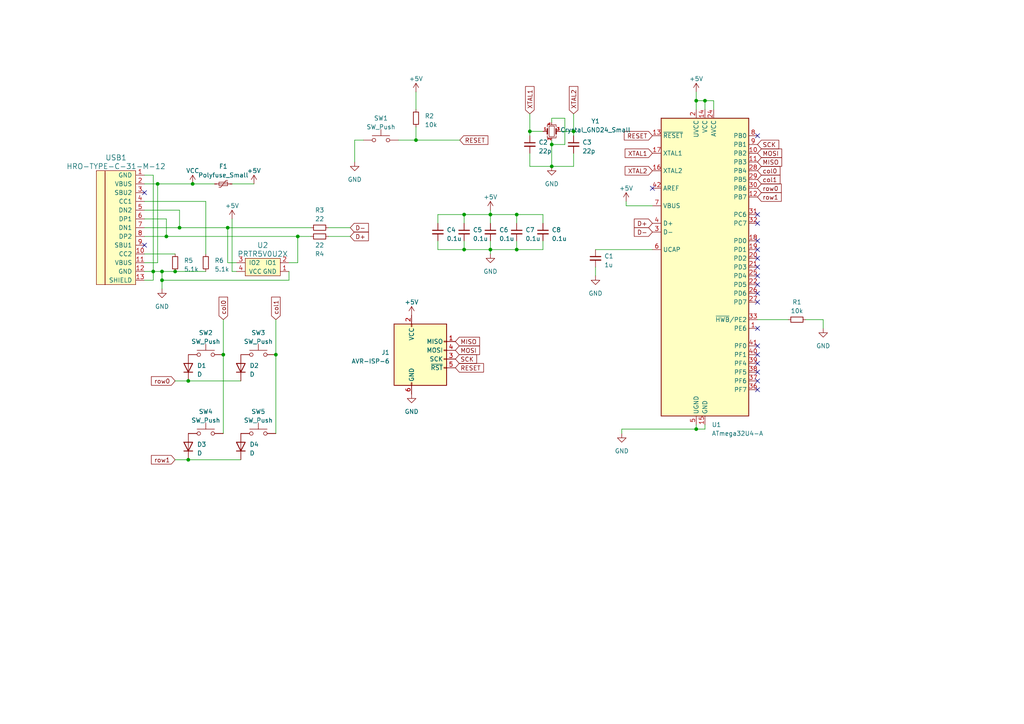
<source format=kicad_sch>
(kicad_sch (version 20230121) (generator eeschema)

  (uuid be671f76-b581-455a-953b-bef11df18757)

  (paper "A4")

  (lib_symbols
    (symbol "Connector:AVR-ISP-6" (pin_names (offset 1.016)) (in_bom yes) (on_board yes)
      (property "Reference" "J" (at -6.35 11.43 0)
        (effects (font (size 1.27 1.27)) (justify left))
      )
      (property "Value" "AVR-ISP-6" (at 0 11.43 0)
        (effects (font (size 1.27 1.27)) (justify left))
      )
      (property "Footprint" "" (at -6.35 1.27 90)
        (effects (font (size 1.27 1.27)) hide)
      )
      (property "Datasheet" " ~" (at -32.385 -13.97 0)
        (effects (font (size 1.27 1.27)) hide)
      )
      (property "ki_keywords" "AVR ISP Connector" (at 0 0 0)
        (effects (font (size 1.27 1.27)) hide)
      )
      (property "ki_description" "Atmel 6-pin ISP connector" (at 0 0 0)
        (effects (font (size 1.27 1.27)) hide)
      )
      (property "ki_fp_filters" "IDC?Header*2x03* Pin?Header*2x03*" (at 0 0 0)
        (effects (font (size 1.27 1.27)) hide)
      )
      (symbol "AVR-ISP-6_0_1"
        (rectangle (start -2.667 -6.858) (end -2.413 -7.62)
          (stroke (width 0) (type default))
          (fill (type none))
        )
        (rectangle (start -2.667 10.16) (end -2.413 9.398)
          (stroke (width 0) (type default))
          (fill (type none))
        )
        (rectangle (start 7.62 -2.413) (end 6.858 -2.667)
          (stroke (width 0) (type default))
          (fill (type none))
        )
        (rectangle (start 7.62 0.127) (end 6.858 -0.127)
          (stroke (width 0) (type default))
          (fill (type none))
        )
        (rectangle (start 7.62 2.667) (end 6.858 2.413)
          (stroke (width 0) (type default))
          (fill (type none))
        )
        (rectangle (start 7.62 5.207) (end 6.858 4.953)
          (stroke (width 0) (type default))
          (fill (type none))
        )
        (rectangle (start 7.62 10.16) (end -7.62 -7.62)
          (stroke (width 0.254) (type default))
          (fill (type background))
        )
      )
      (symbol "AVR-ISP-6_1_1"
        (pin passive line (at 10.16 5.08 180) (length 2.54)
          (name "MISO" (effects (font (size 1.27 1.27))))
          (number "1" (effects (font (size 1.27 1.27))))
        )
        (pin passive line (at -2.54 12.7 270) (length 2.54)
          (name "VCC" (effects (font (size 1.27 1.27))))
          (number "2" (effects (font (size 1.27 1.27))))
        )
        (pin passive line (at 10.16 0 180) (length 2.54)
          (name "SCK" (effects (font (size 1.27 1.27))))
          (number "3" (effects (font (size 1.27 1.27))))
        )
        (pin passive line (at 10.16 2.54 180) (length 2.54)
          (name "MOSI" (effects (font (size 1.27 1.27))))
          (number "4" (effects (font (size 1.27 1.27))))
        )
        (pin passive line (at 10.16 -2.54 180) (length 2.54)
          (name "~{RST}" (effects (font (size 1.27 1.27))))
          (number "5" (effects (font (size 1.27 1.27))))
        )
        (pin passive line (at -2.54 -10.16 90) (length 2.54)
          (name "GND" (effects (font (size 1.27 1.27))))
          (number "6" (effects (font (size 1.27 1.27))))
        )
      )
    )
    (symbol "Device:C_Small" (pin_numbers hide) (pin_names (offset 0.254) hide) (in_bom yes) (on_board yes)
      (property "Reference" "C" (at 0.254 1.778 0)
        (effects (font (size 1.27 1.27)) (justify left))
      )
      (property "Value" "C_Small" (at 0.254 -2.032 0)
        (effects (font (size 1.27 1.27)) (justify left))
      )
      (property "Footprint" "" (at 0 0 0)
        (effects (font (size 1.27 1.27)) hide)
      )
      (property "Datasheet" "~" (at 0 0 0)
        (effects (font (size 1.27 1.27)) hide)
      )
      (property "ki_keywords" "capacitor cap" (at 0 0 0)
        (effects (font (size 1.27 1.27)) hide)
      )
      (property "ki_description" "Unpolarized capacitor, small symbol" (at 0 0 0)
        (effects (font (size 1.27 1.27)) hide)
      )
      (property "ki_fp_filters" "C_*" (at 0 0 0)
        (effects (font (size 1.27 1.27)) hide)
      )
      (symbol "C_Small_0_1"
        (polyline
          (pts
            (xy -1.524 -0.508)
            (xy 1.524 -0.508)
          )
          (stroke (width 0.3302) (type default))
          (fill (type none))
        )
        (polyline
          (pts
            (xy -1.524 0.508)
            (xy 1.524 0.508)
          )
          (stroke (width 0.3048) (type default))
          (fill (type none))
        )
      )
      (symbol "C_Small_1_1"
        (pin passive line (at 0 2.54 270) (length 2.032)
          (name "~" (effects (font (size 1.27 1.27))))
          (number "1" (effects (font (size 1.27 1.27))))
        )
        (pin passive line (at 0 -2.54 90) (length 2.032)
          (name "~" (effects (font (size 1.27 1.27))))
          (number "2" (effects (font (size 1.27 1.27))))
        )
      )
    )
    (symbol "Device:Crystal_GND24_Small" (pin_names (offset 1.016) hide) (in_bom yes) (on_board yes)
      (property "Reference" "Y" (at 1.27 4.445 0)
        (effects (font (size 1.27 1.27)) (justify left))
      )
      (property "Value" "Crystal_GND24_Small" (at 1.27 2.54 0)
        (effects (font (size 1.27 1.27)) (justify left))
      )
      (property "Footprint" "" (at 0 0 0)
        (effects (font (size 1.27 1.27)) hide)
      )
      (property "Datasheet" "~" (at 0 0 0)
        (effects (font (size 1.27 1.27)) hide)
      )
      (property "ki_keywords" "quartz ceramic resonator oscillator" (at 0 0 0)
        (effects (font (size 1.27 1.27)) hide)
      )
      (property "ki_description" "Four pin crystal, GND on pins 2 and 4, small symbol" (at 0 0 0)
        (effects (font (size 1.27 1.27)) hide)
      )
      (property "ki_fp_filters" "Crystal*" (at 0 0 0)
        (effects (font (size 1.27 1.27)) hide)
      )
      (symbol "Crystal_GND24_Small_0_1"
        (rectangle (start -0.762 -1.524) (end 0.762 1.524)
          (stroke (width 0) (type default))
          (fill (type none))
        )
        (polyline
          (pts
            (xy -1.27 -0.762)
            (xy -1.27 0.762)
          )
          (stroke (width 0.381) (type default))
          (fill (type none))
        )
        (polyline
          (pts
            (xy 1.27 -0.762)
            (xy 1.27 0.762)
          )
          (stroke (width 0.381) (type default))
          (fill (type none))
        )
        (polyline
          (pts
            (xy -1.27 -1.27)
            (xy -1.27 -1.905)
            (xy 1.27 -1.905)
            (xy 1.27 -1.27)
          )
          (stroke (width 0) (type default))
          (fill (type none))
        )
        (polyline
          (pts
            (xy -1.27 1.27)
            (xy -1.27 1.905)
            (xy 1.27 1.905)
            (xy 1.27 1.27)
          )
          (stroke (width 0) (type default))
          (fill (type none))
        )
      )
      (symbol "Crystal_GND24_Small_1_1"
        (pin passive line (at -2.54 0 0) (length 1.27)
          (name "1" (effects (font (size 1.27 1.27))))
          (number "1" (effects (font (size 0.762 0.762))))
        )
        (pin passive line (at 0 -2.54 90) (length 0.635)
          (name "2" (effects (font (size 1.27 1.27))))
          (number "2" (effects (font (size 0.762 0.762))))
        )
        (pin passive line (at 2.54 0 180) (length 1.27)
          (name "3" (effects (font (size 1.27 1.27))))
          (number "3" (effects (font (size 0.762 0.762))))
        )
        (pin passive line (at 0 2.54 270) (length 0.635)
          (name "4" (effects (font (size 1.27 1.27))))
          (number "4" (effects (font (size 0.762 0.762))))
        )
      )
    )
    (symbol "Device:D" (pin_numbers hide) (pin_names (offset 1.016) hide) (in_bom yes) (on_board yes)
      (property "Reference" "D" (at 0 2.54 0)
        (effects (font (size 1.27 1.27)))
      )
      (property "Value" "D" (at 0 -2.54 0)
        (effects (font (size 1.27 1.27)))
      )
      (property "Footprint" "" (at 0 0 0)
        (effects (font (size 1.27 1.27)) hide)
      )
      (property "Datasheet" "~" (at 0 0 0)
        (effects (font (size 1.27 1.27)) hide)
      )
      (property "Sim.Device" "D" (at 0 0 0)
        (effects (font (size 1.27 1.27)) hide)
      )
      (property "Sim.Pins" "1=K 2=A" (at 0 0 0)
        (effects (font (size 1.27 1.27)) hide)
      )
      (property "ki_keywords" "diode" (at 0 0 0)
        (effects (font (size 1.27 1.27)) hide)
      )
      (property "ki_description" "Diode" (at 0 0 0)
        (effects (font (size 1.27 1.27)) hide)
      )
      (property "ki_fp_filters" "TO-???* *_Diode_* *SingleDiode* D_*" (at 0 0 0)
        (effects (font (size 1.27 1.27)) hide)
      )
      (symbol "D_0_1"
        (polyline
          (pts
            (xy -1.27 1.27)
            (xy -1.27 -1.27)
          )
          (stroke (width 0.254) (type default))
          (fill (type none))
        )
        (polyline
          (pts
            (xy 1.27 0)
            (xy -1.27 0)
          )
          (stroke (width 0) (type default))
          (fill (type none))
        )
        (polyline
          (pts
            (xy 1.27 1.27)
            (xy 1.27 -1.27)
            (xy -1.27 0)
            (xy 1.27 1.27)
          )
          (stroke (width 0.254) (type default))
          (fill (type none))
        )
      )
      (symbol "D_1_1"
        (pin passive line (at -3.81 0 0) (length 2.54)
          (name "K" (effects (font (size 1.27 1.27))))
          (number "1" (effects (font (size 1.27 1.27))))
        )
        (pin passive line (at 3.81 0 180) (length 2.54)
          (name "A" (effects (font (size 1.27 1.27))))
          (number "2" (effects (font (size 1.27 1.27))))
        )
      )
    )
    (symbol "Device:Polyfuse_Small" (pin_numbers hide) (pin_names (offset 0)) (in_bom yes) (on_board yes)
      (property "Reference" "F" (at -1.905 0 90)
        (effects (font (size 1.27 1.27)))
      )
      (property "Value" "Polyfuse_Small" (at 1.905 0 90)
        (effects (font (size 1.27 1.27)))
      )
      (property "Footprint" "" (at 1.27 -5.08 0)
        (effects (font (size 1.27 1.27)) (justify left) hide)
      )
      (property "Datasheet" "~" (at 0 0 0)
        (effects (font (size 1.27 1.27)) hide)
      )
      (property "ki_keywords" "resettable fuse PTC PPTC polyfuse polyswitch" (at 0 0 0)
        (effects (font (size 1.27 1.27)) hide)
      )
      (property "ki_description" "Resettable fuse, polymeric positive temperature coefficient, small symbol" (at 0 0 0)
        (effects (font (size 1.27 1.27)) hide)
      )
      (property "ki_fp_filters" "*polyfuse* *PTC*" (at 0 0 0)
        (effects (font (size 1.27 1.27)) hide)
      )
      (symbol "Polyfuse_Small_0_1"
        (rectangle (start -0.508 1.27) (end 0.508 -1.27)
          (stroke (width 0) (type default))
          (fill (type none))
        )
        (polyline
          (pts
            (xy 0 2.54)
            (xy 0 -2.54)
          )
          (stroke (width 0) (type default))
          (fill (type none))
        )
        (polyline
          (pts
            (xy -1.016 1.27)
            (xy -1.016 0.762)
            (xy 1.016 -0.762)
            (xy 1.016 -1.27)
          )
          (stroke (width 0) (type default))
          (fill (type none))
        )
      )
      (symbol "Polyfuse_Small_1_1"
        (pin passive line (at 0 2.54 270) (length 0.635)
          (name "~" (effects (font (size 1.27 1.27))))
          (number "1" (effects (font (size 1.27 1.27))))
        )
        (pin passive line (at 0 -2.54 90) (length 0.635)
          (name "~" (effects (font (size 1.27 1.27))))
          (number "2" (effects (font (size 1.27 1.27))))
        )
      )
    )
    (symbol "Device:R_Small" (pin_numbers hide) (pin_names (offset 0.254) hide) (in_bom yes) (on_board yes)
      (property "Reference" "R" (at 0.762 0.508 0)
        (effects (font (size 1.27 1.27)) (justify left))
      )
      (property "Value" "R_Small" (at 0.762 -1.016 0)
        (effects (font (size 1.27 1.27)) (justify left))
      )
      (property "Footprint" "" (at 0 0 0)
        (effects (font (size 1.27 1.27)) hide)
      )
      (property "Datasheet" "~" (at 0 0 0)
        (effects (font (size 1.27 1.27)) hide)
      )
      (property "ki_keywords" "R resistor" (at 0 0 0)
        (effects (font (size 1.27 1.27)) hide)
      )
      (property "ki_description" "Resistor, small symbol" (at 0 0 0)
        (effects (font (size 1.27 1.27)) hide)
      )
      (property "ki_fp_filters" "R_*" (at 0 0 0)
        (effects (font (size 1.27 1.27)) hide)
      )
      (symbol "R_Small_0_1"
        (rectangle (start -0.762 1.778) (end 0.762 -1.778)
          (stroke (width 0.2032) (type default))
          (fill (type none))
        )
      )
      (symbol "R_Small_1_1"
        (pin passive line (at 0 2.54 270) (length 0.762)
          (name "~" (effects (font (size 1.27 1.27))))
          (number "1" (effects (font (size 1.27 1.27))))
        )
        (pin passive line (at 0 -2.54 90) (length 0.762)
          (name "~" (effects (font (size 1.27 1.27))))
          (number "2" (effects (font (size 1.27 1.27))))
        )
      )
    )
    (symbol "MCU_Microchip_ATmega:ATmega32U4-A" (in_bom yes) (on_board yes)
      (property "Reference" "U" (at -12.7 44.45 0)
        (effects (font (size 1.27 1.27)) (justify left bottom))
      )
      (property "Value" "ATmega32U4-A" (at 2.54 -44.45 0)
        (effects (font (size 1.27 1.27)) (justify left top))
      )
      (property "Footprint" "Package_QFP:TQFP-44_10x10mm_P0.8mm" (at 0 0 0)
        (effects (font (size 1.27 1.27) italic) hide)
      )
      (property "Datasheet" "http://ww1.microchip.com/downloads/en/DeviceDoc/Atmel-7766-8-bit-AVR-ATmega16U4-32U4_Datasheet.pdf" (at 0 0 0)
        (effects (font (size 1.27 1.27)) hide)
      )
      (property "ki_keywords" "AVR 8bit Microcontroller MegaAVR USB" (at 0 0 0)
        (effects (font (size 1.27 1.27)) hide)
      )
      (property "ki_description" "16MHz, 32kB Flash, 2.5kB SRAM, 1kB EEPROM, USB 2.0, TQFP-44" (at 0 0 0)
        (effects (font (size 1.27 1.27)) hide)
      )
      (property "ki_fp_filters" "TQFP*10x10mm*P0.8mm*" (at 0 0 0)
        (effects (font (size 1.27 1.27)) hide)
      )
      (symbol "ATmega32U4-A_0_1"
        (rectangle (start -12.7 -43.18) (end 12.7 43.18)
          (stroke (width 0.254) (type default))
          (fill (type background))
        )
      )
      (symbol "ATmega32U4-A_1_1"
        (pin bidirectional line (at 15.24 -17.78 180) (length 2.54)
          (name "PE6" (effects (font (size 1.27 1.27))))
          (number "1" (effects (font (size 1.27 1.27))))
        )
        (pin bidirectional line (at 15.24 33.02 180) (length 2.54)
          (name "PB2" (effects (font (size 1.27 1.27))))
          (number "10" (effects (font (size 1.27 1.27))))
        )
        (pin bidirectional line (at 15.24 30.48 180) (length 2.54)
          (name "PB3" (effects (font (size 1.27 1.27))))
          (number "11" (effects (font (size 1.27 1.27))))
        )
        (pin bidirectional line (at 15.24 20.32 180) (length 2.54)
          (name "PB7" (effects (font (size 1.27 1.27))))
          (number "12" (effects (font (size 1.27 1.27))))
        )
        (pin input line (at -15.24 38.1 0) (length 2.54)
          (name "~{RESET}" (effects (font (size 1.27 1.27))))
          (number "13" (effects (font (size 1.27 1.27))))
        )
        (pin power_in line (at 0 45.72 270) (length 2.54)
          (name "VCC" (effects (font (size 1.27 1.27))))
          (number "14" (effects (font (size 1.27 1.27))))
        )
        (pin power_in line (at 0 -45.72 90) (length 2.54)
          (name "GND" (effects (font (size 1.27 1.27))))
          (number "15" (effects (font (size 1.27 1.27))))
        )
        (pin output line (at -15.24 27.94 0) (length 2.54)
          (name "XTAL2" (effects (font (size 1.27 1.27))))
          (number "16" (effects (font (size 1.27 1.27))))
        )
        (pin input line (at -15.24 33.02 0) (length 2.54)
          (name "XTAL1" (effects (font (size 1.27 1.27))))
          (number "17" (effects (font (size 1.27 1.27))))
        )
        (pin bidirectional line (at 15.24 7.62 180) (length 2.54)
          (name "PD0" (effects (font (size 1.27 1.27))))
          (number "18" (effects (font (size 1.27 1.27))))
        )
        (pin bidirectional line (at 15.24 5.08 180) (length 2.54)
          (name "PD1" (effects (font (size 1.27 1.27))))
          (number "19" (effects (font (size 1.27 1.27))))
        )
        (pin power_in line (at -2.54 45.72 270) (length 2.54)
          (name "UVCC" (effects (font (size 1.27 1.27))))
          (number "2" (effects (font (size 1.27 1.27))))
        )
        (pin bidirectional line (at 15.24 2.54 180) (length 2.54)
          (name "PD2" (effects (font (size 1.27 1.27))))
          (number "20" (effects (font (size 1.27 1.27))))
        )
        (pin bidirectional line (at 15.24 0 180) (length 2.54)
          (name "PD3" (effects (font (size 1.27 1.27))))
          (number "21" (effects (font (size 1.27 1.27))))
        )
        (pin bidirectional line (at 15.24 -5.08 180) (length 2.54)
          (name "PD5" (effects (font (size 1.27 1.27))))
          (number "22" (effects (font (size 1.27 1.27))))
        )
        (pin passive line (at 0 -45.72 90) (length 2.54) hide
          (name "GND" (effects (font (size 1.27 1.27))))
          (number "23" (effects (font (size 1.27 1.27))))
        )
        (pin power_in line (at 2.54 45.72 270) (length 2.54)
          (name "AVCC" (effects (font (size 1.27 1.27))))
          (number "24" (effects (font (size 1.27 1.27))))
        )
        (pin bidirectional line (at 15.24 -2.54 180) (length 2.54)
          (name "PD4" (effects (font (size 1.27 1.27))))
          (number "25" (effects (font (size 1.27 1.27))))
        )
        (pin bidirectional line (at 15.24 -7.62 180) (length 2.54)
          (name "PD6" (effects (font (size 1.27 1.27))))
          (number "26" (effects (font (size 1.27 1.27))))
        )
        (pin bidirectional line (at 15.24 -10.16 180) (length 2.54)
          (name "PD7" (effects (font (size 1.27 1.27))))
          (number "27" (effects (font (size 1.27 1.27))))
        )
        (pin bidirectional line (at 15.24 27.94 180) (length 2.54)
          (name "PB4" (effects (font (size 1.27 1.27))))
          (number "28" (effects (font (size 1.27 1.27))))
        )
        (pin bidirectional line (at 15.24 25.4 180) (length 2.54)
          (name "PB5" (effects (font (size 1.27 1.27))))
          (number "29" (effects (font (size 1.27 1.27))))
        )
        (pin bidirectional line (at -15.24 10.16 0) (length 2.54)
          (name "D-" (effects (font (size 1.27 1.27))))
          (number "3" (effects (font (size 1.27 1.27))))
        )
        (pin bidirectional line (at 15.24 22.86 180) (length 2.54)
          (name "PB6" (effects (font (size 1.27 1.27))))
          (number "30" (effects (font (size 1.27 1.27))))
        )
        (pin bidirectional line (at 15.24 15.24 180) (length 2.54)
          (name "PC6" (effects (font (size 1.27 1.27))))
          (number "31" (effects (font (size 1.27 1.27))))
        )
        (pin bidirectional line (at 15.24 12.7 180) (length 2.54)
          (name "PC7" (effects (font (size 1.27 1.27))))
          (number "32" (effects (font (size 1.27 1.27))))
        )
        (pin bidirectional line (at 15.24 -15.24 180) (length 2.54)
          (name "~{HWB}/PE2" (effects (font (size 1.27 1.27))))
          (number "33" (effects (font (size 1.27 1.27))))
        )
        (pin passive line (at 0 45.72 270) (length 2.54) hide
          (name "VCC" (effects (font (size 1.27 1.27))))
          (number "34" (effects (font (size 1.27 1.27))))
        )
        (pin passive line (at 0 -45.72 90) (length 2.54) hide
          (name "GND" (effects (font (size 1.27 1.27))))
          (number "35" (effects (font (size 1.27 1.27))))
        )
        (pin bidirectional line (at 15.24 -35.56 180) (length 2.54)
          (name "PF7" (effects (font (size 1.27 1.27))))
          (number "36" (effects (font (size 1.27 1.27))))
        )
        (pin bidirectional line (at 15.24 -33.02 180) (length 2.54)
          (name "PF6" (effects (font (size 1.27 1.27))))
          (number "37" (effects (font (size 1.27 1.27))))
        )
        (pin bidirectional line (at 15.24 -30.48 180) (length 2.54)
          (name "PF5" (effects (font (size 1.27 1.27))))
          (number "38" (effects (font (size 1.27 1.27))))
        )
        (pin bidirectional line (at 15.24 -27.94 180) (length 2.54)
          (name "PF4" (effects (font (size 1.27 1.27))))
          (number "39" (effects (font (size 1.27 1.27))))
        )
        (pin bidirectional line (at -15.24 12.7 0) (length 2.54)
          (name "D+" (effects (font (size 1.27 1.27))))
          (number "4" (effects (font (size 1.27 1.27))))
        )
        (pin bidirectional line (at 15.24 -25.4 180) (length 2.54)
          (name "PF1" (effects (font (size 1.27 1.27))))
          (number "40" (effects (font (size 1.27 1.27))))
        )
        (pin bidirectional line (at 15.24 -22.86 180) (length 2.54)
          (name "PF0" (effects (font (size 1.27 1.27))))
          (number "41" (effects (font (size 1.27 1.27))))
        )
        (pin passive line (at -15.24 22.86 0) (length 2.54)
          (name "AREF" (effects (font (size 1.27 1.27))))
          (number "42" (effects (font (size 1.27 1.27))))
        )
        (pin passive line (at 0 -45.72 90) (length 2.54) hide
          (name "GND" (effects (font (size 1.27 1.27))))
          (number "43" (effects (font (size 1.27 1.27))))
        )
        (pin passive line (at 2.54 45.72 270) (length 2.54) hide
          (name "AVCC" (effects (font (size 1.27 1.27))))
          (number "44" (effects (font (size 1.27 1.27))))
        )
        (pin passive line (at -2.54 -45.72 90) (length 2.54)
          (name "UGND" (effects (font (size 1.27 1.27))))
          (number "5" (effects (font (size 1.27 1.27))))
        )
        (pin passive line (at -15.24 5.08 0) (length 2.54)
          (name "UCAP" (effects (font (size 1.27 1.27))))
          (number "6" (effects (font (size 1.27 1.27))))
        )
        (pin input line (at -15.24 17.78 0) (length 2.54)
          (name "VBUS" (effects (font (size 1.27 1.27))))
          (number "7" (effects (font (size 1.27 1.27))))
        )
        (pin bidirectional line (at 15.24 38.1 180) (length 2.54)
          (name "PB0" (effects (font (size 1.27 1.27))))
          (number "8" (effects (font (size 1.27 1.27))))
        )
        (pin bidirectional line (at 15.24 35.56 180) (length 2.54)
          (name "PB1" (effects (font (size 1.27 1.27))))
          (number "9" (effects (font (size 1.27 1.27))))
        )
      )
    )
    (symbol "Switch:SW_Push" (pin_numbers hide) (pin_names (offset 1.016) hide) (in_bom yes) (on_board yes)
      (property "Reference" "SW" (at 1.27 2.54 0)
        (effects (font (size 1.27 1.27)) (justify left))
      )
      (property "Value" "SW_Push" (at 0 -1.524 0)
        (effects (font (size 1.27 1.27)))
      )
      (property "Footprint" "" (at 0 5.08 0)
        (effects (font (size 1.27 1.27)) hide)
      )
      (property "Datasheet" "~" (at 0 5.08 0)
        (effects (font (size 1.27 1.27)) hide)
      )
      (property "ki_keywords" "switch normally-open pushbutton push-button" (at 0 0 0)
        (effects (font (size 1.27 1.27)) hide)
      )
      (property "ki_description" "Push button switch, generic, two pins" (at 0 0 0)
        (effects (font (size 1.27 1.27)) hide)
      )
      (symbol "SW_Push_0_1"
        (circle (center -2.032 0) (radius 0.508)
          (stroke (width 0) (type default))
          (fill (type none))
        )
        (polyline
          (pts
            (xy 0 1.27)
            (xy 0 3.048)
          )
          (stroke (width 0) (type default))
          (fill (type none))
        )
        (polyline
          (pts
            (xy 2.54 1.27)
            (xy -2.54 1.27)
          )
          (stroke (width 0) (type default))
          (fill (type none))
        )
        (circle (center 2.032 0) (radius 0.508)
          (stroke (width 0) (type default))
          (fill (type none))
        )
        (pin passive line (at -5.08 0 0) (length 2.54)
          (name "1" (effects (font (size 1.27 1.27))))
          (number "1" (effects (font (size 1.27 1.27))))
        )
        (pin passive line (at 5.08 0 180) (length 2.54)
          (name "2" (effects (font (size 1.27 1.27))))
          (number "2" (effects (font (size 1.27 1.27))))
        )
      )
    )
    (symbol "Type-C:HRO-TYPE-C-31-M-12" (pin_names (offset 1.016)) (in_bom yes) (on_board yes)
      (property "Reference" "USB" (at -5.08 16.51 0)
        (effects (font (size 1.524 1.524)))
      )
      (property "Value" "HRO-TYPE-C-31-M-12" (at -10.16 -1.27 90)
        (effects (font (size 1.524 1.524)))
      )
      (property "Footprint" "" (at 0 0 0)
        (effects (font (size 1.524 1.524)) hide)
      )
      (property "Datasheet" "" (at 0 0 0)
        (effects (font (size 1.524 1.524)) hide)
      )
      (symbol "HRO-TYPE-C-31-M-12_0_1"
        (rectangle (start -11.43 15.24) (end -8.89 -17.78)
          (stroke (width 0) (type solid))
          (fill (type background))
        )
        (rectangle (start 0 -17.78) (end -8.89 15.24)
          (stroke (width 0) (type solid))
          (fill (type background))
        )
      )
      (symbol "HRO-TYPE-C-31-M-12_1_1"
        (pin input line (at 2.54 13.97 180) (length 2.54)
          (name "GND" (effects (font (size 1.27 1.27))))
          (number "1" (effects (font (size 1.27 1.27))))
        )
        (pin input line (at 2.54 -8.89 180) (length 2.54)
          (name "CC2" (effects (font (size 1.27 1.27))))
          (number "10" (effects (font (size 1.27 1.27))))
        )
        (pin input line (at 2.54 -11.43 180) (length 2.54)
          (name "VBUS" (effects (font (size 1.27 1.27))))
          (number "11" (effects (font (size 1.27 1.27))))
        )
        (pin input line (at 2.54 -13.97 180) (length 2.54)
          (name "GND" (effects (font (size 1.27 1.27))))
          (number "12" (effects (font (size 1.27 1.27))))
        )
        (pin input line (at 2.54 -16.51 180) (length 2.54)
          (name "SHIELD" (effects (font (size 1.27 1.27))))
          (number "13" (effects (font (size 1.27 1.27))))
        )
        (pin input line (at 2.54 11.43 180) (length 2.54)
          (name "VBUS" (effects (font (size 1.27 1.27))))
          (number "2" (effects (font (size 1.27 1.27))))
        )
        (pin input line (at 2.54 8.89 180) (length 2.54)
          (name "SBU2" (effects (font (size 1.27 1.27))))
          (number "3" (effects (font (size 1.27 1.27))))
        )
        (pin input line (at 2.54 6.35 180) (length 2.54)
          (name "CC1" (effects (font (size 1.27 1.27))))
          (number "4" (effects (font (size 1.27 1.27))))
        )
        (pin input line (at 2.54 3.81 180) (length 2.54)
          (name "DN2" (effects (font (size 1.27 1.27))))
          (number "5" (effects (font (size 1.27 1.27))))
        )
        (pin input line (at 2.54 1.27 180) (length 2.54)
          (name "DP1" (effects (font (size 1.27 1.27))))
          (number "6" (effects (font (size 1.27 1.27))))
        )
        (pin input line (at 2.54 -1.27 180) (length 2.54)
          (name "DN1" (effects (font (size 1.27 1.27))))
          (number "7" (effects (font (size 1.27 1.27))))
        )
        (pin input line (at 2.54 -3.81 180) (length 2.54)
          (name "DP2" (effects (font (size 1.27 1.27))))
          (number "8" (effects (font (size 1.27 1.27))))
        )
        (pin input line (at 2.54 -6.35 180) (length 2.54)
          (name "SBU1" (effects (font (size 1.27 1.27))))
          (number "9" (effects (font (size 1.27 1.27))))
        )
      )
    )
    (symbol "power:+5V" (power) (pin_names (offset 0)) (in_bom yes) (on_board yes)
      (property "Reference" "#PWR" (at 0 -3.81 0)
        (effects (font (size 1.27 1.27)) hide)
      )
      (property "Value" "+5V" (at 0 3.556 0)
        (effects (font (size 1.27 1.27)))
      )
      (property "Footprint" "" (at 0 0 0)
        (effects (font (size 1.27 1.27)) hide)
      )
      (property "Datasheet" "" (at 0 0 0)
        (effects (font (size 1.27 1.27)) hide)
      )
      (property "ki_keywords" "global power" (at 0 0 0)
        (effects (font (size 1.27 1.27)) hide)
      )
      (property "ki_description" "Power symbol creates a global label with name \"+5V\"" (at 0 0 0)
        (effects (font (size 1.27 1.27)) hide)
      )
      (symbol "+5V_0_1"
        (polyline
          (pts
            (xy -0.762 1.27)
            (xy 0 2.54)
          )
          (stroke (width 0) (type default))
          (fill (type none))
        )
        (polyline
          (pts
            (xy 0 0)
            (xy 0 2.54)
          )
          (stroke (width 0) (type default))
          (fill (type none))
        )
        (polyline
          (pts
            (xy 0 2.54)
            (xy 0.762 1.27)
          )
          (stroke (width 0) (type default))
          (fill (type none))
        )
      )
      (symbol "+5V_1_1"
        (pin power_in line (at 0 0 90) (length 0) hide
          (name "+5V" (effects (font (size 1.27 1.27))))
          (number "1" (effects (font (size 1.27 1.27))))
        )
      )
    )
    (symbol "power:GND" (power) (pin_names (offset 0)) (in_bom yes) (on_board yes)
      (property "Reference" "#PWR" (at 0 -6.35 0)
        (effects (font (size 1.27 1.27)) hide)
      )
      (property "Value" "GND" (at 0 -3.81 0)
        (effects (font (size 1.27 1.27)))
      )
      (property "Footprint" "" (at 0 0 0)
        (effects (font (size 1.27 1.27)) hide)
      )
      (property "Datasheet" "" (at 0 0 0)
        (effects (font (size 1.27 1.27)) hide)
      )
      (property "ki_keywords" "global power" (at 0 0 0)
        (effects (font (size 1.27 1.27)) hide)
      )
      (property "ki_description" "Power symbol creates a global label with name \"GND\" , ground" (at 0 0 0)
        (effects (font (size 1.27 1.27)) hide)
      )
      (symbol "GND_0_1"
        (polyline
          (pts
            (xy 0 0)
            (xy 0 -1.27)
            (xy 1.27 -1.27)
            (xy 0 -2.54)
            (xy -1.27 -1.27)
            (xy 0 -1.27)
          )
          (stroke (width 0) (type default))
          (fill (type none))
        )
      )
      (symbol "GND_1_1"
        (pin power_in line (at 0 0 270) (length 0) hide
          (name "GND" (effects (font (size 1.27 1.27))))
          (number "1" (effects (font (size 1.27 1.27))))
        )
      )
    )
    (symbol "power:VCC" (power) (pin_names (offset 0)) (in_bom yes) (on_board yes)
      (property "Reference" "#PWR" (at 0 -3.81 0)
        (effects (font (size 1.27 1.27)) hide)
      )
      (property "Value" "VCC" (at 0 3.81 0)
        (effects (font (size 1.27 1.27)))
      )
      (property "Footprint" "" (at 0 0 0)
        (effects (font (size 1.27 1.27)) hide)
      )
      (property "Datasheet" "" (at 0 0 0)
        (effects (font (size 1.27 1.27)) hide)
      )
      (property "ki_keywords" "global power" (at 0 0 0)
        (effects (font (size 1.27 1.27)) hide)
      )
      (property "ki_description" "Power symbol creates a global label with name \"VCC\"" (at 0 0 0)
        (effects (font (size 1.27 1.27)) hide)
      )
      (symbol "VCC_0_1"
        (polyline
          (pts
            (xy -0.762 1.27)
            (xy 0 2.54)
          )
          (stroke (width 0) (type default))
          (fill (type none))
        )
        (polyline
          (pts
            (xy 0 0)
            (xy 0 2.54)
          )
          (stroke (width 0) (type default))
          (fill (type none))
        )
        (polyline
          (pts
            (xy 0 2.54)
            (xy 0.762 1.27)
          )
          (stroke (width 0) (type default))
          (fill (type none))
        )
      )
      (symbol "VCC_1_1"
        (pin power_in line (at 0 0 90) (length 0) hide
          (name "VCC" (effects (font (size 1.27 1.27))))
          (number "1" (effects (font (size 1.27 1.27))))
        )
      )
    )
    (symbol "random-keyboard-parts:PRTR5V0U2X" (pin_names (offset 1.016)) (in_bom yes) (on_board yes)
      (property "Reference" "U" (at 0 3.81 0)
        (effects (font (size 1.524 1.524)))
      )
      (property "Value" "PRTR5V0U2X" (at 0 -3.81 0)
        (effects (font (size 1.524 1.524)))
      )
      (property "Footprint" "" (at 0 0 0)
        (effects (font (size 1.524 1.524)) hide)
      )
      (property "Datasheet" "" (at 0 0 0)
        (effects (font (size 1.524 1.524)) hide)
      )
      (symbol "PRTR5V0U2X_0_1"
        (rectangle (start -5.08 2.54) (end 5.08 -2.54)
          (stroke (width 0) (type solid))
          (fill (type background))
        )
      )
      (symbol "PRTR5V0U2X_1_1"
        (pin input line (at -7.62 1.27 0) (length 2.54)
          (name "GND" (effects (font (size 1.27 1.27))))
          (number "1" (effects (font (size 1.27 1.27))))
        )
        (pin input line (at -7.62 -1.27 0) (length 2.54)
          (name "IO1" (effects (font (size 1.27 1.27))))
          (number "2" (effects (font (size 1.27 1.27))))
        )
        (pin input line (at 7.62 -1.27 180) (length 2.54)
          (name "IO2" (effects (font (size 1.27 1.27))))
          (number "3" (effects (font (size 1.27 1.27))))
        )
        (pin input line (at 7.62 1.27 180) (length 2.54)
          (name "VCC" (effects (font (size 1.27 1.27))))
          (number "4" (effects (font (size 1.27 1.27))))
        )
      )
    )
  )

  (junction (at 52.07 66.04) (diameter 0) (color 0 0 0 0)
    (uuid 00544506-ea82-49cd-b15e-09cd67712ef8)
  )
  (junction (at 166.37 38.1) (diameter 0) (color 0 0 0 0)
    (uuid 07bb01fb-7315-421b-93f9-9498c79dbc65)
  )
  (junction (at 201.93 29.21) (diameter 0) (color 0 0 0 0)
    (uuid 160a77a3-83d1-43f7-9ca9-2cdcddebed15)
  )
  (junction (at 48.26 68.58) (diameter 0) (color 0 0 0 0)
    (uuid 18ea3647-7108-4cbd-b058-01b4fac49091)
  )
  (junction (at 142.24 72.39) (diameter 0) (color 0 0 0 0)
    (uuid 2a29edb5-3e2d-4f08-b25c-ded82c352338)
  )
  (junction (at 80.01 102.87) (diameter 0) (color 0 0 0 0)
    (uuid 33cb64a2-0abc-404c-abdb-30024048f791)
  )
  (junction (at 46.99 78.74) (diameter 0) (color 0 0 0 0)
    (uuid 4eb04f16-760b-4fdb-bfec-f362e848592e)
  )
  (junction (at 142.24 62.23) (diameter 0) (color 0 0 0 0)
    (uuid 62c0d20a-c9c6-4c4e-8aa7-ad85fa622879)
  )
  (junction (at 66.04 66.04) (diameter 0) (color 0 0 0 0)
    (uuid 7b8da044-c546-4295-9614-6b67fc5df5cf)
  )
  (junction (at 149.86 72.39) (diameter 0) (color 0 0 0 0)
    (uuid 819d6978-169d-4a19-a472-71f241e9e8de)
  )
  (junction (at 160.02 48.26) (diameter 0) (color 0 0 0 0)
    (uuid 8aa0f93f-9b94-4019-b866-a4a1e1dd8eb0)
  )
  (junction (at 149.86 62.23) (diameter 0) (color 0 0 0 0)
    (uuid 8ba35b07-c53f-46af-a51d-e85d2267ddde)
  )
  (junction (at 153.67 38.1) (diameter 0) (color 0 0 0 0)
    (uuid 8db67d3c-8d09-4270-aa60-b75dbff37ae2)
  )
  (junction (at 54.61 110.49) (diameter 0) (color 0 0 0 0)
    (uuid a01da568-97ae-4513-b8b9-67167cfe3716)
  )
  (junction (at 55.88 53.34) (diameter 0) (color 0 0 0 0)
    (uuid a1c9a678-664d-4896-a6b0-e31c91b5ebd0)
  )
  (junction (at 120.65 40.64) (diameter 0) (color 0 0 0 0)
    (uuid a87d4faa-06f8-44a7-a091-f4f814943552)
  )
  (junction (at 54.61 133.35) (diameter 0) (color 0 0 0 0)
    (uuid bd0cdc87-9960-457d-b686-a644a8afc66e)
  )
  (junction (at 201.93 124.46) (diameter 0) (color 0 0 0 0)
    (uuid cfbdee81-8166-49c8-97e8-f1017a0306e0)
  )
  (junction (at 86.36 68.58) (diameter 0) (color 0 0 0 0)
    (uuid d4bca7e2-e6bf-4bb2-b12c-349c2dc83cf4)
  )
  (junction (at 134.62 62.23) (diameter 0) (color 0 0 0 0)
    (uuid d73f4f6e-78e0-4b8e-b1ed-081f1752e4ae)
  )
  (junction (at 44.45 78.74) (diameter 0) (color 0 0 0 0)
    (uuid e5a165b0-765b-4d8d-9702-17bab8271206)
  )
  (junction (at 160.02 41.91) (diameter 0) (color 0 0 0 0)
    (uuid e6469704-b07e-4f1b-833b-a51e77fff598)
  )
  (junction (at 50.8 78.74) (diameter 0) (color 0 0 0 0)
    (uuid e7cee469-ed6f-4d1e-b20b-88b13ce5660f)
  )
  (junction (at 64.77 102.87) (diameter 0) (color 0 0 0 0)
    (uuid e8a8a6a7-ef88-4b63-9c27-fa92574f50a9)
  )
  (junction (at 134.62 72.39) (diameter 0) (color 0 0 0 0)
    (uuid e8d086a2-6a97-4280-be39-b328bc4aaa59)
  )
  (junction (at 46.99 81.28) (diameter 0) (color 0 0 0 0)
    (uuid ebe9f36a-c8a3-4152-b2f1-778be21f301f)
  )
  (junction (at 204.47 29.21) (diameter 0) (color 0 0 0 0)
    (uuid ece06856-9109-47a9-9b5a-7a9b7871ea0f)
  )
  (junction (at 45.72 53.34) (diameter 0) (color 0 0 0 0)
    (uuid f734d5ef-c8b1-4903-9fb7-b17d56298cd4)
  )

  (no_connect (at 219.71 95.25) (uuid 05a99772-9b8c-45c9-a2cc-642868e1de20))
  (no_connect (at 219.71 62.23) (uuid 0f858700-bf8e-40d5-b903-237db2d15c6e))
  (no_connect (at 219.71 82.55) (uuid 1fe25452-5065-4652-a7df-3a0f67abd729))
  (no_connect (at 219.71 102.87) (uuid 244488c4-a60f-45d9-8672-3a80e8af9ebf))
  (no_connect (at 219.71 39.37) (uuid 2aee8ff7-131b-46cb-bda4-ee07504c27e6))
  (no_connect (at 41.91 71.12) (uuid 36944134-4b20-45ce-a62a-fe4a0f8fda36))
  (no_connect (at 219.71 100.33) (uuid 5f7e9c88-0161-45f2-b2e4-5219cfafd93a))
  (no_connect (at 219.71 64.77) (uuid 6aacd11f-8f6c-45bd-ae24-860f515ddcc4))
  (no_connect (at 219.71 113.03) (uuid 736c4fc1-7698-4701-9821-6c149d30cb71))
  (no_connect (at 219.71 105.41) (uuid 84a40a85-0584-4188-bd8f-530fed407a15))
  (no_connect (at 219.71 69.85) (uuid b16f7a64-cd94-417b-9aeb-4329d2c0a14a))
  (no_connect (at 219.71 110.49) (uuid baff50da-aa32-43bb-9d81-2f7bb15480bb))
  (no_connect (at 219.71 85.09) (uuid beedd001-a227-4375-9952-6d521ed0c588))
  (no_connect (at 219.71 107.95) (uuid c1a92696-19b5-420c-af02-d27258dc4f2a))
  (no_connect (at 219.71 74.93) (uuid c64033c3-330c-45a9-8c84-e515ea05540c))
  (no_connect (at 219.71 80.01) (uuid caa1d9ad-f666-4bc6-b037-00f440dc29a8))
  (no_connect (at 41.91 55.88) (uuid d46e81f5-553a-4940-84b1-4f6e6022579a))
  (no_connect (at 219.71 72.39) (uuid d9915492-90fc-40d3-8764-ce60d809623e))
  (no_connect (at 189.23 54.61) (uuid dd62a793-c3b4-4b5a-a6fe-bd5b6c46c9ec))
  (no_connect (at 219.71 77.47) (uuid f767c940-f93f-4a5c-8749-da48f306022b))
  (no_connect (at 219.71 87.63) (uuid fc4fe804-68ac-4457-899d-661568d8047d))

  (wire (pts (xy 181.61 58.42) (xy 181.61 59.69))
    (stroke (width 0) (type default))
    (uuid 00168a92-deab-4a3f-9d58-4dae292e7354)
  )
  (wire (pts (xy 153.67 38.1) (xy 157.48 38.1))
    (stroke (width 0) (type default))
    (uuid 04dd1178-5e2e-4f4b-a989-a4e11a882018)
  )
  (wire (pts (xy 120.65 26.67) (xy 120.65 31.75))
    (stroke (width 0) (type default))
    (uuid 080a74ba-bc70-40ed-bae9-455c1ef78634)
  )
  (wire (pts (xy 105.41 40.64) (xy 102.87 40.64))
    (stroke (width 0) (type default))
    (uuid 09021570-ca96-4e69-8399-203b4afa531d)
  )
  (wire (pts (xy 54.61 133.35) (xy 69.85 133.35))
    (stroke (width 0) (type default))
    (uuid 0b66749b-5375-4a8c-96bd-1ebd986a6678)
  )
  (wire (pts (xy 95.25 66.04) (xy 101.6 66.04))
    (stroke (width 0) (type default))
    (uuid 0d2201d7-d83d-4581-837b-1af274f3f19c)
  )
  (wire (pts (xy 80.01 92.71) (xy 80.01 102.87))
    (stroke (width 0) (type default))
    (uuid 0d4412e1-9cde-4368-b5ec-0a11c09d8221)
  )
  (wire (pts (xy 134.62 62.23) (xy 134.62 64.77))
    (stroke (width 0) (type default))
    (uuid 14e3e4a6-5786-4755-9d4b-741b82158219)
  )
  (wire (pts (xy 149.86 69.85) (xy 149.86 72.39))
    (stroke (width 0) (type default))
    (uuid 16ee0c73-93fd-470b-8360-f93c2b51d780)
  )
  (wire (pts (xy 142.24 72.39) (xy 149.86 72.39))
    (stroke (width 0) (type default))
    (uuid 17653b97-8772-4086-921a-11eb34f9eff3)
  )
  (wire (pts (xy 54.61 110.49) (xy 69.85 110.49))
    (stroke (width 0) (type default))
    (uuid 18a0b311-008d-41f7-acc8-399a4e236493)
  )
  (wire (pts (xy 55.88 53.34) (xy 62.23 53.34))
    (stroke (width 0) (type default))
    (uuid 1a2c1016-7c2d-49e3-8729-3d88df36178f)
  )
  (wire (pts (xy 204.47 29.21) (xy 204.47 31.75))
    (stroke (width 0) (type default))
    (uuid 1db7003a-8624-4ac2-a330-ba8a3b7b2c4b)
  )
  (wire (pts (xy 204.47 123.19) (xy 204.47 124.46))
    (stroke (width 0) (type default))
    (uuid 21ba2917-4701-435c-a456-d38a7feca879)
  )
  (wire (pts (xy 66.04 76.2) (xy 66.04 66.04))
    (stroke (width 0) (type default))
    (uuid 25524e02-537e-4487-9fc4-2ac47210522d)
  )
  (wire (pts (xy 207.01 29.21) (xy 207.01 31.75))
    (stroke (width 0) (type default))
    (uuid 2611526f-c210-40ac-993e-9f53ae47b754)
  )
  (wire (pts (xy 201.93 29.21) (xy 201.93 31.75))
    (stroke (width 0) (type default))
    (uuid 284c2825-7169-4520-8d12-d7971ad0dd4b)
  )
  (wire (pts (xy 142.24 60.96) (xy 142.24 62.23))
    (stroke (width 0) (type default))
    (uuid 29ccb531-fa07-4c06-9e17-c9900208decd)
  )
  (wire (pts (xy 160.02 34.29) (xy 163.83 34.29))
    (stroke (width 0) (type default))
    (uuid 347c7dd8-9f88-46fd-943c-1754f8a1fe1b)
  )
  (wire (pts (xy 180.34 124.46) (xy 180.34 125.73))
    (stroke (width 0) (type default))
    (uuid 34a43f05-9caa-4c7a-8e35-fd762717aa02)
  )
  (wire (pts (xy 66.04 66.04) (xy 90.17 66.04))
    (stroke (width 0) (type default))
    (uuid 358ba9c1-352e-4a23-8084-fa0a736384f0)
  )
  (wire (pts (xy 86.36 68.58) (xy 90.17 68.58))
    (stroke (width 0) (type default))
    (uuid 366d99f6-2b99-4205-b6fe-72be01f374d7)
  )
  (wire (pts (xy 80.01 102.87) (xy 80.01 125.73))
    (stroke (width 0) (type default))
    (uuid 37c34141-1dab-4172-a959-72d188d13583)
  )
  (wire (pts (xy 149.86 72.39) (xy 157.48 72.39))
    (stroke (width 0) (type default))
    (uuid 3df68121-7c8b-4a12-9e58-834800bb2049)
  )
  (wire (pts (xy 162.56 38.1) (xy 166.37 38.1))
    (stroke (width 0) (type default))
    (uuid 3f2700fd-2969-4ba2-98d1-6ecd83b2c6e5)
  )
  (wire (pts (xy 44.45 81.28) (xy 41.91 81.28))
    (stroke (width 0) (type default))
    (uuid 4010a33f-fc98-4649-9667-485b680d0f7a)
  )
  (wire (pts (xy 48.26 68.58) (xy 86.36 68.58))
    (stroke (width 0) (type default))
    (uuid 408005bc-2e21-451f-bea7-e2ee00e564b5)
  )
  (wire (pts (xy 44.45 50.8) (xy 44.45 78.74))
    (stroke (width 0) (type default))
    (uuid 408d038f-0c1b-4e35-afa0-3984d22bfe3c)
  )
  (wire (pts (xy 46.99 78.74) (xy 46.99 81.28))
    (stroke (width 0) (type default))
    (uuid 42c40352-0a70-4ea5-878f-5beafeb97556)
  )
  (wire (pts (xy 134.62 72.39) (xy 142.24 72.39))
    (stroke (width 0) (type default))
    (uuid 44b11b1d-e5b1-4b06-9d94-c02ebd4f680a)
  )
  (wire (pts (xy 64.77 102.87) (xy 64.77 125.73))
    (stroke (width 0) (type default))
    (uuid 45efde72-87f5-494d-946a-13796535d9cf)
  )
  (wire (pts (xy 52.07 60.96) (xy 52.07 66.04))
    (stroke (width 0) (type default))
    (uuid 460f20fa-da2f-46a3-ae3c-876e0adadcb0)
  )
  (wire (pts (xy 48.26 63.5) (xy 48.26 68.58))
    (stroke (width 0) (type default))
    (uuid 472d2e63-43aa-4d71-a41a-0b3ed39367ee)
  )
  (wire (pts (xy 102.87 40.64) (xy 102.87 46.99))
    (stroke (width 0) (type default))
    (uuid 51a30555-d731-4f0d-8570-72fc8505229f)
  )
  (wire (pts (xy 83.82 76.2) (xy 86.36 76.2))
    (stroke (width 0) (type default))
    (uuid 51b128d4-9d32-4ee0-9274-50101c6d2e56)
  )
  (wire (pts (xy 201.93 124.46) (xy 201.93 123.19))
    (stroke (width 0) (type default))
    (uuid 535c9b75-4695-4b7f-9582-6a967554f02b)
  )
  (wire (pts (xy 166.37 48.26) (xy 160.02 48.26))
    (stroke (width 0) (type default))
    (uuid 541ce8aa-6a34-4675-bc8f-fa28129033bc)
  )
  (wire (pts (xy 41.91 78.74) (xy 44.45 78.74))
    (stroke (width 0) (type default))
    (uuid 544952eb-69db-4eb9-b67a-d939c4ed6257)
  )
  (wire (pts (xy 163.83 34.29) (xy 163.83 41.91))
    (stroke (width 0) (type default))
    (uuid 54a2042b-3e3e-4c33-b165-784fad7e34db)
  )
  (wire (pts (xy 120.65 40.64) (xy 133.35 40.64))
    (stroke (width 0) (type default))
    (uuid 58069fa6-102a-4122-adb5-cd478df77f89)
  )
  (wire (pts (xy 163.83 41.91) (xy 160.02 41.91))
    (stroke (width 0) (type default))
    (uuid 5a9a8a1f-4de6-497d-9e82-202e311ca310)
  )
  (wire (pts (xy 67.31 53.34) (xy 73.66 53.34))
    (stroke (width 0) (type default))
    (uuid 5f9ee107-67f4-484b-949e-a4373222db2c)
  )
  (wire (pts (xy 201.93 29.21) (xy 204.47 29.21))
    (stroke (width 0) (type default))
    (uuid 61384664-d27a-4cbd-b2a8-d511d47320b1)
  )
  (wire (pts (xy 219.71 92.71) (xy 228.6 92.71))
    (stroke (width 0) (type default))
    (uuid 645722f2-e91f-4505-8786-0eced54f38c8)
  )
  (wire (pts (xy 127 69.85) (xy 127 72.39))
    (stroke (width 0) (type default))
    (uuid 6616ca8f-d9a3-4188-8b4f-e09c84de6348)
  )
  (wire (pts (xy 67.31 78.74) (xy 68.58 78.74))
    (stroke (width 0) (type default))
    (uuid 6966f18c-d035-4b9d-ba53-953bd07a6fff)
  )
  (wire (pts (xy 52.07 66.04) (xy 66.04 66.04))
    (stroke (width 0) (type default))
    (uuid 6e2a3c57-7318-4ae2-9758-1e28439df707)
  )
  (wire (pts (xy 142.24 69.85) (xy 142.24 72.39))
    (stroke (width 0) (type default))
    (uuid 6eadb7fc-c162-4f32-9c07-829362cde0ad)
  )
  (wire (pts (xy 142.24 62.23) (xy 149.86 62.23))
    (stroke (width 0) (type default))
    (uuid 70d76834-d622-42b5-bffa-dd2b0249790b)
  )
  (wire (pts (xy 45.72 76.2) (xy 41.91 76.2))
    (stroke (width 0) (type default))
    (uuid 7c72c158-7da8-4630-aa5d-b63bdfb80734)
  )
  (wire (pts (xy 153.67 44.45) (xy 153.67 48.26))
    (stroke (width 0) (type default))
    (uuid 7caec9ee-9886-4290-ad33-d6636a564568)
  )
  (wire (pts (xy 153.67 48.26) (xy 160.02 48.26))
    (stroke (width 0) (type default))
    (uuid 7f658654-c34f-4db7-a0ce-3896114484cb)
  )
  (wire (pts (xy 160.02 41.91) (xy 160.02 48.26))
    (stroke (width 0) (type default))
    (uuid 804173d2-0582-45c1-96c5-3a68dfd0d67f)
  )
  (wire (pts (xy 160.02 35.56) (xy 160.02 34.29))
    (stroke (width 0) (type default))
    (uuid 894ea151-fa3c-4dd3-901c-657d9fda1b4f)
  )
  (wire (pts (xy 41.91 60.96) (xy 52.07 60.96))
    (stroke (width 0) (type default))
    (uuid 8c2d6229-20b6-466f-9a2a-b5f21dfb8df9)
  )
  (wire (pts (xy 166.37 44.45) (xy 166.37 48.26))
    (stroke (width 0) (type default))
    (uuid 8ef16088-182a-4bba-9ddc-09b24630d14e)
  )
  (wire (pts (xy 153.67 38.1) (xy 153.67 39.37))
    (stroke (width 0) (type default))
    (uuid 8f926a35-b8d9-472a-a653-2323d91704a7)
  )
  (wire (pts (xy 157.48 72.39) (xy 157.48 69.85))
    (stroke (width 0) (type default))
    (uuid 9059a2a5-c217-4c9a-afb2-f75904e7bf5e)
  )
  (wire (pts (xy 172.72 77.47) (xy 172.72 80.01))
    (stroke (width 0) (type default))
    (uuid 974d5cf3-3c34-44aa-b73c-9a70a9ecfd0e)
  )
  (wire (pts (xy 157.48 62.23) (xy 157.48 64.77))
    (stroke (width 0) (type default))
    (uuid 9836d3f0-459a-4ff3-b222-1ba9b64ae5aa)
  )
  (wire (pts (xy 41.91 63.5) (xy 48.26 63.5))
    (stroke (width 0) (type default))
    (uuid 999a2f5e-f402-4ca8-8737-cdf2f5bbcf56)
  )
  (wire (pts (xy 142.24 62.23) (xy 134.62 62.23))
    (stroke (width 0) (type default))
    (uuid 9b1338e5-77a2-49d7-af64-71ec0f9d3582)
  )
  (wire (pts (xy 115.57 40.64) (xy 120.65 40.64))
    (stroke (width 0) (type default))
    (uuid 9b7ada4a-34c9-4e83-9f82-d85c4fb10062)
  )
  (wire (pts (xy 83.82 78.74) (xy 83.82 81.28))
    (stroke (width 0) (type default))
    (uuid 9e5ce817-329c-4fe9-a342-2fff8d9acfb3)
  )
  (wire (pts (xy 46.99 81.28) (xy 46.99 83.82))
    (stroke (width 0) (type default))
    (uuid a1af45cd-4237-43ab-9824-5fd342befbed)
  )
  (wire (pts (xy 166.37 33.02) (xy 166.37 38.1))
    (stroke (width 0) (type default))
    (uuid aaa1d581-7e99-4ed0-94de-d6b07519edc6)
  )
  (wire (pts (xy 204.47 124.46) (xy 201.93 124.46))
    (stroke (width 0) (type default))
    (uuid aca45e97-2541-4f0b-b0ca-63476a728859)
  )
  (wire (pts (xy 160.02 40.64) (xy 160.02 41.91))
    (stroke (width 0) (type default))
    (uuid ade2b15d-e5e9-49b5-af61-3d9c4c8b7158)
  )
  (wire (pts (xy 153.67 33.02) (xy 153.67 38.1))
    (stroke (width 0) (type default))
    (uuid afa96af1-ad8f-4fd6-bb74-e0a9a0588249)
  )
  (wire (pts (xy 50.8 133.35) (xy 54.61 133.35))
    (stroke (width 0) (type default))
    (uuid b1be2e5a-d026-47d9-a58f-ba2bf6689e4c)
  )
  (wire (pts (xy 127 62.23) (xy 127 64.77))
    (stroke (width 0) (type default))
    (uuid b3aec2fb-4d4e-4e39-8eac-c35f0f631aec)
  )
  (wire (pts (xy 41.91 73.66) (xy 50.8 73.66))
    (stroke (width 0) (type default))
    (uuid b72d54a9-664f-4fa8-8fcf-bd0fabbf6b27)
  )
  (wire (pts (xy 83.82 81.28) (xy 46.99 81.28))
    (stroke (width 0) (type default))
    (uuid b9fee967-e1c5-405e-9ac4-c80ede724e42)
  )
  (wire (pts (xy 181.61 59.69) (xy 189.23 59.69))
    (stroke (width 0) (type default))
    (uuid c66eb2b5-d56b-427e-b9b0-83413202cb05)
  )
  (wire (pts (xy 50.8 110.49) (xy 54.61 110.49))
    (stroke (width 0) (type default))
    (uuid cb055598-cadf-485a-b794-32f07bf72431)
  )
  (wire (pts (xy 64.77 92.71) (xy 64.77 102.87))
    (stroke (width 0) (type default))
    (uuid cb466773-7f5a-44cd-a272-be5cbbffcaf4)
  )
  (wire (pts (xy 166.37 38.1) (xy 166.37 39.37))
    (stroke (width 0) (type default))
    (uuid cc5ecbea-4cae-44a0-9cbf-546e52343231)
  )
  (wire (pts (xy 46.99 78.74) (xy 50.8 78.74))
    (stroke (width 0) (type default))
    (uuid cdc3b355-137d-4a8a-aa91-880ef1c1510b)
  )
  (wire (pts (xy 233.68 92.71) (xy 238.76 92.71))
    (stroke (width 0) (type default))
    (uuid cf003a72-a6a3-4652-a919-b95dc5d5ae46)
  )
  (wire (pts (xy 41.91 58.42) (xy 59.69 58.42))
    (stroke (width 0) (type default))
    (uuid d24d4b20-39a3-401e-802c-38396a6d6237)
  )
  (wire (pts (xy 134.62 69.85) (xy 134.62 72.39))
    (stroke (width 0) (type default))
    (uuid d325e557-4fdb-4933-b55f-0a4a8ba2866d)
  )
  (wire (pts (xy 120.65 36.83) (xy 120.65 40.64))
    (stroke (width 0) (type default))
    (uuid d3696ca9-f378-4aad-9b82-6b3a47a92f67)
  )
  (wire (pts (xy 45.72 53.34) (xy 45.72 76.2))
    (stroke (width 0) (type default))
    (uuid d3eb8ae4-bdb1-4bd3-b1d4-7d3d17d6a7b9)
  )
  (wire (pts (xy 44.45 78.74) (xy 44.45 81.28))
    (stroke (width 0) (type default))
    (uuid d5d99c16-e514-452d-ae99-6279dc98d298)
  )
  (wire (pts (xy 204.47 29.21) (xy 207.01 29.21))
    (stroke (width 0) (type default))
    (uuid d8dd3060-7a99-4622-8f2d-129d6f5d65b7)
  )
  (wire (pts (xy 142.24 62.23) (xy 142.24 64.77))
    (stroke (width 0) (type default))
    (uuid d8e80ec2-0808-477c-a0eb-ee85f64fe511)
  )
  (wire (pts (xy 142.24 72.39) (xy 142.24 73.66))
    (stroke (width 0) (type default))
    (uuid d9450a4a-f0ad-49ad-b180-0b5d4823a50e)
  )
  (wire (pts (xy 41.91 50.8) (xy 44.45 50.8))
    (stroke (width 0) (type default))
    (uuid dfb561d5-4096-4f75-8962-3151cb66cb63)
  )
  (wire (pts (xy 149.86 62.23) (xy 157.48 62.23))
    (stroke (width 0) (type default))
    (uuid e099ea8f-66af-440f-a056-127d32a744a6)
  )
  (wire (pts (xy 201.93 26.67) (xy 201.93 29.21))
    (stroke (width 0) (type default))
    (uuid e0e351d1-c6c1-4e4e-bc12-0547241ce0ae)
  )
  (wire (pts (xy 127 72.39) (xy 134.62 72.39))
    (stroke (width 0) (type default))
    (uuid e12f9798-4ca2-48c1-bd2d-b7aec3ebc1f1)
  )
  (wire (pts (xy 134.62 62.23) (xy 127 62.23))
    (stroke (width 0) (type default))
    (uuid e395e901-fc4e-4d87-9196-04e8d11449e4)
  )
  (wire (pts (xy 45.72 53.34) (xy 55.88 53.34))
    (stroke (width 0) (type default))
    (uuid e580b9b5-7dfe-441e-abe2-d556c8664ff0)
  )
  (wire (pts (xy 41.91 66.04) (xy 52.07 66.04))
    (stroke (width 0) (type default))
    (uuid e58e331b-840d-4bf6-ae4f-842a36673a85)
  )
  (wire (pts (xy 41.91 53.34) (xy 45.72 53.34))
    (stroke (width 0) (type default))
    (uuid eaae4444-f320-416f-bfea-8d8c7157d350)
  )
  (wire (pts (xy 67.31 63.5) (xy 67.31 78.74))
    (stroke (width 0) (type default))
    (uuid f0b622dc-d802-466d-8227-5d594d5430cb)
  )
  (wire (pts (xy 201.93 124.46) (xy 180.34 124.46))
    (stroke (width 0) (type default))
    (uuid f11af849-a3e1-40f2-9ecc-97297b4abd02)
  )
  (wire (pts (xy 86.36 76.2) (xy 86.36 68.58))
    (stroke (width 0) (type default))
    (uuid f1c5b5f9-fdc7-4f53-9531-0b5026c9fb26)
  )
  (wire (pts (xy 172.72 72.39) (xy 189.23 72.39))
    (stroke (width 0) (type default))
    (uuid f4a43843-dde4-4f95-816a-0c4f9991811f)
  )
  (wire (pts (xy 95.25 68.58) (xy 101.6 68.58))
    (stroke (width 0) (type default))
    (uuid f530f1ed-9e33-4d58-a1b7-e7b212be9a58)
  )
  (wire (pts (xy 68.58 76.2) (xy 66.04 76.2))
    (stroke (width 0) (type default))
    (uuid f53a2b8e-0124-473c-95f5-45a68e494c59)
  )
  (wire (pts (xy 149.86 62.23) (xy 149.86 64.77))
    (stroke (width 0) (type default))
    (uuid f758be67-b7c7-4d68-a51b-9ec90c3a178f)
  )
  (wire (pts (xy 41.91 68.58) (xy 48.26 68.58))
    (stroke (width 0) (type default))
    (uuid f8fd1dcd-e1c8-4599-91a0-3a91c39e510a)
  )
  (wire (pts (xy 238.76 92.71) (xy 238.76 95.25))
    (stroke (width 0) (type default))
    (uuid f98409b6-fda7-4112-8da7-e9df30f76c67)
  )
  (wire (pts (xy 59.69 58.42) (xy 59.69 73.66))
    (stroke (width 0) (type default))
    (uuid fb66cd2c-22ca-4585-be05-c4135a358531)
  )
  (wire (pts (xy 50.8 78.74) (xy 59.69 78.74))
    (stroke (width 0) (type default))
    (uuid fbb17170-3b3f-4c54-b0b3-3e77daf6e9d0)
  )
  (wire (pts (xy 44.45 78.74) (xy 46.99 78.74))
    (stroke (width 0) (type default))
    (uuid fecec854-b4fa-4519-bb22-b274b5d81d2f)
  )

  (global_label "MISO" (shape input) (at 132.08 99.06 0) (fields_autoplaced)
    (effects (font (size 1.27 1.27)) (justify left))
    (uuid 1d68f339-ae96-420d-938a-822ea99469b0)
    (property "Intersheetrefs" "${INTERSHEET_REFS}" (at 139.582 99.06 0)
      (effects (font (size 1.27 1.27)) (justify left) hide)
    )
  )
  (global_label "col0" (shape input) (at 219.71 49.53 0) (fields_autoplaced)
    (effects (font (size 1.27 1.27)) (justify left))
    (uuid 278c3ff6-0290-4fcb-90c5-7805c438f3cf)
    (property "Intersheetrefs" "${INTERSHEET_REFS}" (at 226.7281 49.53 0)
      (effects (font (size 1.27 1.27)) (justify left) hide)
    )
  )
  (global_label "XTAL2" (shape input) (at 189.23 49.53 180) (fields_autoplaced)
    (effects (font (size 1.27 1.27)) (justify right))
    (uuid 301ee588-9f67-429c-b9b6-e158c541c4bf)
    (property "Intersheetrefs" "${INTERSHEET_REFS}" (at 180.8209 49.53 0)
      (effects (font (size 1.27 1.27)) (justify right) hide)
    )
  )
  (global_label "col1" (shape input) (at 80.01 92.71 90) (fields_autoplaced)
    (effects (font (size 1.27 1.27)) (justify left))
    (uuid 35c60e01-c1b6-49c6-ad52-084d5bd2eae5)
    (property "Intersheetrefs" "${INTERSHEET_REFS}" (at 80.01 85.6919 90)
      (effects (font (size 1.27 1.27)) (justify left) hide)
    )
  )
  (global_label "MOSI" (shape input) (at 132.08 101.6 0) (fields_autoplaced)
    (effects (font (size 1.27 1.27)) (justify left))
    (uuid 36f3cc61-e099-43eb-afeb-fa7f0db4aa15)
    (property "Intersheetrefs" "${INTERSHEET_REFS}" (at 139.582 101.6 0)
      (effects (font (size 1.27 1.27)) (justify left) hide)
    )
  )
  (global_label "row1" (shape input) (at 50.8 133.35 180) (fields_autoplaced)
    (effects (font (size 1.27 1.27)) (justify right))
    (uuid 3d1a64d3-5de2-481f-ac21-750628895052)
    (property "Intersheetrefs" "${INTERSHEET_REFS}" (at 43.419 133.35 0)
      (effects (font (size 1.27 1.27)) (justify right) hide)
    )
  )
  (global_label "RESET" (shape input) (at 133.35 40.64 0) (fields_autoplaced)
    (effects (font (size 1.27 1.27)) (justify left))
    (uuid 40791e6a-81f8-4043-8f85-8579bf7e9479)
    (property "Intersheetrefs" "${INTERSHEET_REFS}" (at 142.0009 40.64 0)
      (effects (font (size 1.27 1.27)) (justify left) hide)
    )
  )
  (global_label "D-" (shape input) (at 189.23 67.31 180) (fields_autoplaced)
    (effects (font (size 1.27 1.27)) (justify right))
    (uuid 4a87ce46-3978-4210-9c95-1f92aa7f3635)
    (property "Intersheetrefs" "${INTERSHEET_REFS}" (at 183.4818 67.31 0)
      (effects (font (size 1.27 1.27)) (justify right) hide)
    )
  )
  (global_label "MOSI" (shape input) (at 219.71 44.45 0) (fields_autoplaced)
    (effects (font (size 1.27 1.27)) (justify left))
    (uuid 4ffb8b6e-9a8b-42ef-b0f5-e1d618eb14fa)
    (property "Intersheetrefs" "${INTERSHEET_REFS}" (at 227.212 44.45 0)
      (effects (font (size 1.27 1.27)) (justify left) hide)
    )
  )
  (global_label "col0" (shape input) (at 64.77 92.71 90) (fields_autoplaced)
    (effects (font (size 1.27 1.27)) (justify left))
    (uuid 5106a1f3-c6c5-4df3-80a9-2e842df18a75)
    (property "Intersheetrefs" "${INTERSHEET_REFS}" (at 64.77 85.6919 90)
      (effects (font (size 1.27 1.27)) (justify left) hide)
    )
  )
  (global_label "XTAL1" (shape input) (at 153.67 33.02 90) (fields_autoplaced)
    (effects (font (size 1.27 1.27)) (justify left))
    (uuid 540d3f98-e1f0-445c-8186-0a6eac47674c)
    (property "Intersheetrefs" "${INTERSHEET_REFS}" (at 153.67 24.6109 90)
      (effects (font (size 1.27 1.27)) (justify left) hide)
    )
  )
  (global_label "row1" (shape input) (at 219.71 57.15 0) (fields_autoplaced)
    (effects (font (size 1.27 1.27)) (justify left))
    (uuid 61e8fe9f-23a4-451f-a597-af737186c4f9)
    (property "Intersheetrefs" "${INTERSHEET_REFS}" (at 227.091 57.15 0)
      (effects (font (size 1.27 1.27)) (justify left) hide)
    )
  )
  (global_label "XTAL1" (shape input) (at 189.23 44.45 180) (fields_autoplaced)
    (effects (font (size 1.27 1.27)) (justify right))
    (uuid 675beb64-50bd-47a2-83d4-a2f5d7213907)
    (property "Intersheetrefs" "${INTERSHEET_REFS}" (at 180.8209 44.45 0)
      (effects (font (size 1.27 1.27)) (justify right) hide)
    )
  )
  (global_label "SCK" (shape input) (at 219.71 41.91 0) (fields_autoplaced)
    (effects (font (size 1.27 1.27)) (justify left))
    (uuid 7df92d3a-81cc-4d9d-8fa1-990969b91a02)
    (property "Intersheetrefs" "${INTERSHEET_REFS}" (at 226.3653 41.91 0)
      (effects (font (size 1.27 1.27)) (justify left) hide)
    )
  )
  (global_label "MISO" (shape input) (at 219.71 46.99 0) (fields_autoplaced)
    (effects (font (size 1.27 1.27)) (justify left))
    (uuid 8484e8fe-5a7a-4823-8418-67172b3e19f7)
    (property "Intersheetrefs" "${INTERSHEET_REFS}" (at 227.212 46.99 0)
      (effects (font (size 1.27 1.27)) (justify left) hide)
    )
  )
  (global_label "D+" (shape input) (at 101.6 68.58 0) (fields_autoplaced)
    (effects (font (size 1.27 1.27)) (justify left))
    (uuid 909615fe-4308-4aed-bb15-0568dc785929)
    (property "Intersheetrefs" "${INTERSHEET_REFS}" (at 107.3482 68.58 0)
      (effects (font (size 1.27 1.27)) (justify left) hide)
    )
  )
  (global_label "SCK" (shape input) (at 132.08 104.14 0) (fields_autoplaced)
    (effects (font (size 1.27 1.27)) (justify left))
    (uuid 92676299-3b0f-4da1-8338-1a6d7eeecaa5)
    (property "Intersheetrefs" "${INTERSHEET_REFS}" (at 138.7353 104.14 0)
      (effects (font (size 1.27 1.27)) (justify left) hide)
    )
  )
  (global_label "XTAL2" (shape input) (at 166.37 33.02 90) (fields_autoplaced)
    (effects (font (size 1.27 1.27)) (justify left))
    (uuid 97deca48-693a-49c2-9fab-7b67f2bfe3ef)
    (property "Intersheetrefs" "${INTERSHEET_REFS}" (at 166.37 24.6109 90)
      (effects (font (size 1.27 1.27)) (justify left) hide)
    )
  )
  (global_label "D+" (shape input) (at 189.23 64.77 180) (fields_autoplaced)
    (effects (font (size 1.27 1.27)) (justify right))
    (uuid 9f774948-eb2a-49e3-b577-e7f5b019c3d5)
    (property "Intersheetrefs" "${INTERSHEET_REFS}" (at 183.4818 64.77 0)
      (effects (font (size 1.27 1.27)) (justify right) hide)
    )
  )
  (global_label "D-" (shape input) (at 101.6 66.04 0) (fields_autoplaced)
    (effects (font (size 1.27 1.27)) (justify left))
    (uuid a487b8b0-d643-471f-82aa-85e29184ea0e)
    (property "Intersheetrefs" "${INTERSHEET_REFS}" (at 107.3482 66.04 0)
      (effects (font (size 1.27 1.27)) (justify left) hide)
    )
  )
  (global_label "row0" (shape input) (at 50.8 110.49 180) (fields_autoplaced)
    (effects (font (size 1.27 1.27)) (justify right))
    (uuid aa323068-3b2e-4155-8671-cfe4875cd36d)
    (property "Intersheetrefs" "${INTERSHEET_REFS}" (at 43.419 110.49 0)
      (effects (font (size 1.27 1.27)) (justify right) hide)
    )
  )
  (global_label "RESET" (shape input) (at 132.08 106.68 0) (fields_autoplaced)
    (effects (font (size 1.27 1.27)) (justify left))
    (uuid abf832f0-d6e8-4056-9d73-c2a48e5095c7)
    (property "Intersheetrefs" "${INTERSHEET_REFS}" (at 140.7309 106.68 0)
      (effects (font (size 1.27 1.27)) (justify left) hide)
    )
  )
  (global_label "col1" (shape input) (at 219.71 52.07 0) (fields_autoplaced)
    (effects (font (size 1.27 1.27)) (justify left))
    (uuid d4c384da-b6eb-4084-ad2f-5b6c4a9e7787)
    (property "Intersheetrefs" "${INTERSHEET_REFS}" (at 226.7281 52.07 0)
      (effects (font (size 1.27 1.27)) (justify left) hide)
    )
  )
  (global_label "row0" (shape input) (at 219.71 54.61 0) (fields_autoplaced)
    (effects (font (size 1.27 1.27)) (justify left))
    (uuid ee468b7e-9463-4473-962b-1cf69d202566)
    (property "Intersheetrefs" "${INTERSHEET_REFS}" (at 227.091 54.61 0)
      (effects (font (size 1.27 1.27)) (justify left) hide)
    )
  )
  (global_label "RESET" (shape input) (at 189.23 39.37 180) (fields_autoplaced)
    (effects (font (size 1.27 1.27)) (justify right))
    (uuid f972389b-5d16-446b-a5ab-2c0ea8238ba3)
    (property "Intersheetrefs" "${INTERSHEET_REFS}" (at 180.5791 39.37 0)
      (effects (font (size 1.27 1.27)) (justify right) hide)
    )
  )

  (symbol (lib_id "Switch:SW_Push") (at 59.69 102.87 0) (unit 1)
    (in_bom yes) (on_board yes) (dnp no) (fields_autoplaced)
    (uuid 01ad8632-4157-48b6-9434-d1edda1718bf)
    (property "Reference" "SW2" (at 59.69 96.52 0)
      (effects (font (size 1.27 1.27)))
    )
    (property "Value" "SW_Push" (at 59.69 99.06 0)
      (effects (font (size 1.27 1.27)))
    )
    (property "Footprint" "MX_Alps_Hybrid:MX-1U-NoLED" (at 59.69 97.79 0)
      (effects (font (size 1.27 1.27)) hide)
    )
    (property "Datasheet" "~" (at 59.69 97.79 0)
      (effects (font (size 1.27 1.27)) hide)
    )
    (pin "1" (uuid e7fdcf1e-a55e-493b-a24a-b698b778036a))
    (pin "2" (uuid 301f430c-8d00-4ce3-aa09-c757500ff632))
    (instances
      (project "KeyboardPCB"
        (path "/be671f76-b581-455a-953b-bef11df18757"
          (reference "SW2") (unit 1)
        )
      )
    )
  )

  (symbol (lib_id "Device:C_Small") (at 157.48 67.31 0) (unit 1)
    (in_bom yes) (on_board yes) (dnp no) (fields_autoplaced)
    (uuid 072d808c-1b54-4f38-907b-95f7c06fa217)
    (property "Reference" "C8" (at 160.02 66.6813 0)
      (effects (font (size 1.27 1.27)) (justify left))
    )
    (property "Value" "0.1u" (at 160.02 69.2213 0)
      (effects (font (size 1.27 1.27)) (justify left))
    )
    (property "Footprint" "Capacitor_SMD:C_0805_2012Metric_Pad1.18x1.45mm_HandSolder" (at 157.48 67.31 0)
      (effects (font (size 1.27 1.27)) hide)
    )
    (property "Datasheet" "~" (at 157.48 67.31 0)
      (effects (font (size 1.27 1.27)) hide)
    )
    (pin "1" (uuid 5a1cfcbf-9e51-46b2-8bdb-33959df2e714))
    (pin "2" (uuid dfcdb190-96bc-4826-898d-04ac8ee85b13))
    (instances
      (project "KeyboardPCB"
        (path "/be671f76-b581-455a-953b-bef11df18757"
          (reference "C8") (unit 1)
        )
      )
    )
  )

  (symbol (lib_id "Device:C_Small") (at 134.62 67.31 0) (unit 1)
    (in_bom yes) (on_board yes) (dnp no) (fields_autoplaced)
    (uuid 081be513-32a2-401e-843e-2afa1affd4dd)
    (property "Reference" "C5" (at 137.16 66.6813 0)
      (effects (font (size 1.27 1.27)) (justify left))
    )
    (property "Value" "0.1u" (at 137.16 69.2213 0)
      (effects (font (size 1.27 1.27)) (justify left))
    )
    (property "Footprint" "Capacitor_SMD:C_0805_2012Metric_Pad1.18x1.45mm_HandSolder" (at 134.62 67.31 0)
      (effects (font (size 1.27 1.27)) hide)
    )
    (property "Datasheet" "~" (at 134.62 67.31 0)
      (effects (font (size 1.27 1.27)) hide)
    )
    (pin "1" (uuid f785f3ec-884e-457c-bb70-dfc8935954dc))
    (pin "2" (uuid fe0e0ca7-2668-463d-906b-7e81a5322851))
    (instances
      (project "KeyboardPCB"
        (path "/be671f76-b581-455a-953b-bef11df18757"
          (reference "C5") (unit 1)
        )
      )
    )
  )

  (symbol (lib_id "Device:D") (at 69.85 106.68 90) (unit 1)
    (in_bom yes) (on_board yes) (dnp no) (fields_autoplaced)
    (uuid 0ae315bd-a8ed-4a0d-a8a7-0dd11a0e1b76)
    (property "Reference" "D2" (at 72.39 106.045 90)
      (effects (font (size 1.27 1.27)) (justify right))
    )
    (property "Value" "D" (at 72.39 108.585 90)
      (effects (font (size 1.27 1.27)) (justify right))
    )
    (property "Footprint" "Diode_SMD:D_SOD-123" (at 69.85 106.68 0)
      (effects (font (size 1.27 1.27)) hide)
    )
    (property "Datasheet" "~" (at 69.85 106.68 0)
      (effects (font (size 1.27 1.27)) hide)
    )
    (property "Sim.Device" "D" (at 69.85 106.68 0)
      (effects (font (size 1.27 1.27)) hide)
    )
    (property "Sim.Pins" "1=K 2=A" (at 69.85 106.68 0)
      (effects (font (size 1.27 1.27)) hide)
    )
    (pin "1" (uuid 5260bffb-2260-421e-a51d-1ccd982bf765))
    (pin "2" (uuid cfc0bfe9-47db-4c81-ad5e-f0f55c349b4a))
    (instances
      (project "KeyboardPCB"
        (path "/be671f76-b581-455a-953b-bef11df18757"
          (reference "D2") (unit 1)
        )
      )
    )
  )

  (symbol (lib_id "power:GND") (at 238.76 95.25 0) (unit 1)
    (in_bom yes) (on_board yes) (dnp no) (fields_autoplaced)
    (uuid 0c54ced9-f288-4195-b38d-15313a28b1fc)
    (property "Reference" "#PWR04" (at 238.76 101.6 0)
      (effects (font (size 1.27 1.27)) hide)
    )
    (property "Value" "GND" (at 238.76 100.33 0)
      (effects (font (size 1.27 1.27)))
    )
    (property "Footprint" "" (at 238.76 95.25 0)
      (effects (font (size 1.27 1.27)) hide)
    )
    (property "Datasheet" "" (at 238.76 95.25 0)
      (effects (font (size 1.27 1.27)) hide)
    )
    (pin "1" (uuid 40241ff8-ee7e-4134-a26e-2c2c57c33aea))
    (instances
      (project "KeyboardPCB"
        (path "/be671f76-b581-455a-953b-bef11df18757"
          (reference "#PWR04") (unit 1)
        )
      )
    )
  )

  (symbol (lib_id "power:+5V") (at 119.38 91.44 0) (unit 1)
    (in_bom yes) (on_board yes) (dnp no) (fields_autoplaced)
    (uuid 102c7851-bb98-4f34-a464-a265bd7900b7)
    (property "Reference" "#PWR09" (at 119.38 95.25 0)
      (effects (font (size 1.27 1.27)) hide)
    )
    (property "Value" "+5V" (at 119.38 87.63 0)
      (effects (font (size 1.27 1.27)))
    )
    (property "Footprint" "" (at 119.38 91.44 0)
      (effects (font (size 1.27 1.27)) hide)
    )
    (property "Datasheet" "" (at 119.38 91.44 0)
      (effects (font (size 1.27 1.27)) hide)
    )
    (pin "1" (uuid fe9610f0-8381-45f5-a767-c7da17c600ed))
    (instances
      (project "KeyboardPCB"
        (path "/be671f76-b581-455a-953b-bef11df18757"
          (reference "#PWR09") (unit 1)
        )
      )
    )
  )

  (symbol (lib_id "power:+5V") (at 142.24 60.96 0) (unit 1)
    (in_bom yes) (on_board yes) (dnp no) (fields_autoplaced)
    (uuid 15de6e2a-9499-43ff-b7f3-f8a11b47cb03)
    (property "Reference" "#PWR07" (at 142.24 64.77 0)
      (effects (font (size 1.27 1.27)) hide)
    )
    (property "Value" "+5V" (at 142.24 57.15 0)
      (effects (font (size 1.27 1.27)))
    )
    (property "Footprint" "" (at 142.24 60.96 0)
      (effects (font (size 1.27 1.27)) hide)
    )
    (property "Datasheet" "" (at 142.24 60.96 0)
      (effects (font (size 1.27 1.27)) hide)
    )
    (pin "1" (uuid f07a6197-1ebf-4486-aa1a-bca663c3c9f7))
    (instances
      (project "KeyboardPCB"
        (path "/be671f76-b581-455a-953b-bef11df18757"
          (reference "#PWR07") (unit 1)
        )
      )
    )
  )

  (symbol (lib_id "Device:D") (at 54.61 106.68 90) (unit 1)
    (in_bom yes) (on_board yes) (dnp no) (fields_autoplaced)
    (uuid 1db2aaba-6c54-4502-8ae9-d8f46337c610)
    (property "Reference" "D1" (at 57.15 106.045 90)
      (effects (font (size 1.27 1.27)) (justify right))
    )
    (property "Value" "D" (at 57.15 108.585 90)
      (effects (font (size 1.27 1.27)) (justify right))
    )
    (property "Footprint" "Diode_SMD:D_SOD-123" (at 54.61 106.68 0)
      (effects (font (size 1.27 1.27)) hide)
    )
    (property "Datasheet" "~" (at 54.61 106.68 0)
      (effects (font (size 1.27 1.27)) hide)
    )
    (property "Sim.Device" "D" (at 54.61 106.68 0)
      (effects (font (size 1.27 1.27)) hide)
    )
    (property "Sim.Pins" "1=K 2=A" (at 54.61 106.68 0)
      (effects (font (size 1.27 1.27)) hide)
    )
    (pin "1" (uuid cd6c70b7-d0f5-4f55-a229-d5b99f66dae5))
    (pin "2" (uuid 60fbe56f-d62f-4205-9e8c-2998d7092be2))
    (instances
      (project "KeyboardPCB"
        (path "/be671f76-b581-455a-953b-bef11df18757"
          (reference "D1") (unit 1)
        )
      )
    )
  )

  (symbol (lib_id "Device:D") (at 69.85 129.54 90) (unit 1)
    (in_bom yes) (on_board yes) (dnp no) (fields_autoplaced)
    (uuid 222696c6-6f3e-4126-ab3c-819534bea66d)
    (property "Reference" "D4" (at 72.39 128.905 90)
      (effects (font (size 1.27 1.27)) (justify right))
    )
    (property "Value" "D" (at 72.39 131.445 90)
      (effects (font (size 1.27 1.27)) (justify right))
    )
    (property "Footprint" "Diode_SMD:D_SOD-123" (at 69.85 129.54 0)
      (effects (font (size 1.27 1.27)) hide)
    )
    (property "Datasheet" "~" (at 69.85 129.54 0)
      (effects (font (size 1.27 1.27)) hide)
    )
    (property "Sim.Device" "D" (at 69.85 129.54 0)
      (effects (font (size 1.27 1.27)) hide)
    )
    (property "Sim.Pins" "1=K 2=A" (at 69.85 129.54 0)
      (effects (font (size 1.27 1.27)) hide)
    )
    (pin "1" (uuid eef3c01c-e150-4d17-be85-13a5a401878b))
    (pin "2" (uuid cc7340cc-9e4f-4474-af35-92b76d54990a))
    (instances
      (project "KeyboardPCB"
        (path "/be671f76-b581-455a-953b-bef11df18757"
          (reference "D4") (unit 1)
        )
      )
    )
  )

  (symbol (lib_id "power:GND") (at 160.02 48.26 0) (unit 1)
    (in_bom yes) (on_board yes) (dnp no) (fields_autoplaced)
    (uuid 2723a4ba-b468-4adb-9c60-f7b4bc490e8e)
    (property "Reference" "#PWR06" (at 160.02 54.61 0)
      (effects (font (size 1.27 1.27)) hide)
    )
    (property "Value" "GND" (at 160.02 53.34 0)
      (effects (font (size 1.27 1.27)))
    )
    (property "Footprint" "" (at 160.02 48.26 0)
      (effects (font (size 1.27 1.27)) hide)
    )
    (property "Datasheet" "" (at 160.02 48.26 0)
      (effects (font (size 1.27 1.27)) hide)
    )
    (pin "1" (uuid 71c9a59b-249b-486e-90cd-ede062db4d13))
    (instances
      (project "KeyboardPCB"
        (path "/be671f76-b581-455a-953b-bef11df18757"
          (reference "#PWR06") (unit 1)
        )
      )
    )
  )

  (symbol (lib_id "Device:R_Small") (at 50.8 76.2 0) (unit 1)
    (in_bom yes) (on_board yes) (dnp no) (fields_autoplaced)
    (uuid 276b8f6b-1fe5-4ebf-829a-7749e7955331)
    (property "Reference" "R5" (at 53.34 75.565 0)
      (effects (font (size 1.27 1.27)) (justify left))
    )
    (property "Value" "5.1k" (at 53.34 78.105 0)
      (effects (font (size 1.27 1.27)) (justify left))
    )
    (property "Footprint" "Resistor_SMD:R_0805_2012Metric_Pad1.20x1.40mm_HandSolder" (at 50.8 76.2 0)
      (effects (font (size 1.27 1.27)) hide)
    )
    (property "Datasheet" "~" (at 50.8 76.2 0)
      (effects (font (size 1.27 1.27)) hide)
    )
    (pin "1" (uuid 040b6c43-7bdc-4356-acd1-3745e60b34d8))
    (pin "2" (uuid ddcc7720-606d-4329-aff3-01fa7eb11637))
    (instances
      (project "KeyboardPCB"
        (path "/be671f76-b581-455a-953b-bef11df18757"
          (reference "R5") (unit 1)
        )
      )
    )
  )

  (symbol (lib_id "Device:D") (at 54.61 129.54 90) (unit 1)
    (in_bom yes) (on_board yes) (dnp no) (fields_autoplaced)
    (uuid 2e62026a-a001-44f0-ae0b-94b334996ec3)
    (property "Reference" "D3" (at 57.15 128.905 90)
      (effects (font (size 1.27 1.27)) (justify right))
    )
    (property "Value" "D" (at 57.15 131.445 90)
      (effects (font (size 1.27 1.27)) (justify right))
    )
    (property "Footprint" "Diode_SMD:D_SOD-123" (at 54.61 129.54 0)
      (effects (font (size 1.27 1.27)) hide)
    )
    (property "Datasheet" "~" (at 54.61 129.54 0)
      (effects (font (size 1.27 1.27)) hide)
    )
    (property "Sim.Device" "D" (at 54.61 129.54 0)
      (effects (font (size 1.27 1.27)) hide)
    )
    (property "Sim.Pins" "1=K 2=A" (at 54.61 129.54 0)
      (effects (font (size 1.27 1.27)) hide)
    )
    (pin "1" (uuid 65809001-5f60-4515-8ef9-b196952fa809))
    (pin "2" (uuid e0922fe9-82a4-4de5-a00c-9489353890ee))
    (instances
      (project "KeyboardPCB"
        (path "/be671f76-b581-455a-953b-bef11df18757"
          (reference "D3") (unit 1)
        )
      )
    )
  )

  (symbol (lib_id "Device:C_Small") (at 127 67.31 0) (unit 1)
    (in_bom yes) (on_board yes) (dnp no) (fields_autoplaced)
    (uuid 35bbdf31-e81c-482b-9319-69b7e1fb6941)
    (property "Reference" "C4" (at 129.54 66.6813 0)
      (effects (font (size 1.27 1.27)) (justify left))
    )
    (property "Value" "0.1u" (at 129.54 69.2213 0)
      (effects (font (size 1.27 1.27)) (justify left))
    )
    (property "Footprint" "Capacitor_SMD:C_0805_2012Metric_Pad1.18x1.45mm_HandSolder" (at 127 67.31 0)
      (effects (font (size 1.27 1.27)) hide)
    )
    (property "Datasheet" "~" (at 127 67.31 0)
      (effects (font (size 1.27 1.27)) hide)
    )
    (pin "1" (uuid 9a28573f-de7d-424b-8190-0b55fb9ba409))
    (pin "2" (uuid 926a6051-a296-4c12-837f-c6b795b7c051))
    (instances
      (project "KeyboardPCB"
        (path "/be671f76-b581-455a-953b-bef11df18757"
          (reference "C4") (unit 1)
        )
      )
    )
  )

  (symbol (lib_id "Device:Crystal_GND24_Small") (at 160.02 38.1 0) (unit 1)
    (in_bom yes) (on_board yes) (dnp no) (fields_autoplaced)
    (uuid 35edd206-f8b6-4909-86f8-1e62f8d75432)
    (property "Reference" "Y1" (at 172.72 35.1537 0)
      (effects (font (size 1.27 1.27)))
    )
    (property "Value" "Crystal_GND24_Small" (at 172.72 37.6937 0)
      (effects (font (size 1.27 1.27)))
    )
    (property "Footprint" "Crystal:Crystal_SMD_3225-4Pin_3.2x2.5mm_HandSoldering" (at 160.02 38.1 0)
      (effects (font (size 1.27 1.27)) hide)
    )
    (property "Datasheet" "~" (at 160.02 38.1 0)
      (effects (font (size 1.27 1.27)) hide)
    )
    (pin "1" (uuid 8bc09775-94e1-41f1-bdee-e1e6e3cd4950))
    (pin "2" (uuid 9fe6f7d8-c1b1-424d-b803-e86e87dd23d8))
    (pin "3" (uuid c7782437-6125-41ea-bdf1-3ecf892fa85e))
    (pin "4" (uuid 9cc07ee4-6139-412a-96ba-a12a4826c77e))
    (instances
      (project "KeyboardPCB"
        (path "/be671f76-b581-455a-953b-bef11df18757"
          (reference "Y1") (unit 1)
        )
      )
    )
  )

  (symbol (lib_id "Device:C_Small") (at 153.67 41.91 0) (unit 1)
    (in_bom yes) (on_board yes) (dnp no) (fields_autoplaced)
    (uuid 383e9b2f-fefa-4449-b1af-b45c6bdb154b)
    (property "Reference" "C2" (at 156.21 41.2813 0)
      (effects (font (size 1.27 1.27)) (justify left))
    )
    (property "Value" "22p" (at 156.21 43.8213 0)
      (effects (font (size 1.27 1.27)) (justify left))
    )
    (property "Footprint" "Capacitor_SMD:C_0805_2012Metric_Pad1.18x1.45mm_HandSolder" (at 153.67 41.91 0)
      (effects (font (size 1.27 1.27)) hide)
    )
    (property "Datasheet" "~" (at 153.67 41.91 0)
      (effects (font (size 1.27 1.27)) hide)
    )
    (pin "1" (uuid ae457516-6195-4235-b8e9-a163563de9dc))
    (pin "2" (uuid fcdd48d9-09b9-4d51-9ff4-68f3855cf085))
    (instances
      (project "KeyboardPCB"
        (path "/be671f76-b581-455a-953b-bef11df18757"
          (reference "C2") (unit 1)
        )
      )
    )
  )

  (symbol (lib_id "Type-C:HRO-TYPE-C-31-M-12") (at 39.37 64.77 0) (unit 1)
    (in_bom yes) (on_board yes) (dnp no) (fields_autoplaced)
    (uuid 3b9c5ddb-5ef0-4d35-85a6-7dc1deb4dbea)
    (property "Reference" "USB1" (at 33.655 45.72 0)
      (effects (font (size 1.524 1.524)))
    )
    (property "Value" "HRO-TYPE-C-31-M-12" (at 33.655 48.26 0)
      (effects (font (size 1.524 1.524)))
    )
    (property "Footprint" "Type-C.pretty-master:HRO-TYPE-C-31-M-12-HandSoldering" (at 39.37 64.77 0)
      (effects (font (size 1.524 1.524)) hide)
    )
    (property "Datasheet" "" (at 39.37 64.77 0)
      (effects (font (size 1.524 1.524)) hide)
    )
    (pin "1" (uuid 817ea2f1-0460-4ba5-8632-f9fb59d5bd97))
    (pin "10" (uuid 9d5837ad-92b2-4b0e-874a-b39868b22e58))
    (pin "11" (uuid 606ed349-503a-44bc-b231-ac4e34a00215))
    (pin "12" (uuid 6efa8e17-207d-4726-b036-a6d85d7d562a))
    (pin "13" (uuid 750c198a-ebf7-4bbc-a092-bea7a825ad49))
    (pin "2" (uuid bedd5287-2d4c-4b6b-afc9-90c74265c463))
    (pin "3" (uuid dd1ecf6b-5546-4686-a94a-acde4b767c3f))
    (pin "4" (uuid 198d19f9-b571-415f-9acd-252f8cb936b3))
    (pin "5" (uuid b548c4b1-bd5d-4751-a683-fdaa103108be))
    (pin "6" (uuid 6038bcda-292e-4425-9078-544923747ac3))
    (pin "7" (uuid 31f4acc6-3efb-4018-b046-48d8616d83c9))
    (pin "8" (uuid deaf5d6d-018f-40b4-b312-710aa57fa217))
    (pin "9" (uuid 741e0188-8635-474a-8fb8-7d45c4110986))
    (instances
      (project "KeyboardPCB"
        (path "/be671f76-b581-455a-953b-bef11df18757"
          (reference "USB1") (unit 1)
        )
      )
    )
  )

  (symbol (lib_id "Switch:SW_Push") (at 59.69 125.73 0) (unit 1)
    (in_bom yes) (on_board yes) (dnp no) (fields_autoplaced)
    (uuid 3d104ea1-fee6-41f2-b16b-63026f88349c)
    (property "Reference" "SW4" (at 59.69 119.38 0)
      (effects (font (size 1.27 1.27)))
    )
    (property "Value" "SW_Push" (at 59.69 121.92 0)
      (effects (font (size 1.27 1.27)))
    )
    (property "Footprint" "MX_Alps_Hybrid:MX-1U-NoLED" (at 59.69 120.65 0)
      (effects (font (size 1.27 1.27)) hide)
    )
    (property "Datasheet" "~" (at 59.69 120.65 0)
      (effects (font (size 1.27 1.27)) hide)
    )
    (pin "1" (uuid 742e4a9b-92e0-45b5-aabb-503c1df47048))
    (pin "2" (uuid 3d0e575e-6076-4463-be0d-bea7012721a5))
    (instances
      (project "KeyboardPCB"
        (path "/be671f76-b581-455a-953b-bef11df18757"
          (reference "SW4") (unit 1)
        )
      )
    )
  )

  (symbol (lib_id "power:+5V") (at 67.31 63.5 0) (unit 1)
    (in_bom yes) (on_board yes) (dnp no) (fields_autoplaced)
    (uuid 45b3b146-2b28-4781-a9f4-2886e4c5e22b)
    (property "Reference" "#PWR016" (at 67.31 67.31 0)
      (effects (font (size 1.27 1.27)) hide)
    )
    (property "Value" "+5V" (at 67.31 59.69 0)
      (effects (font (size 1.27 1.27)))
    )
    (property "Footprint" "" (at 67.31 63.5 0)
      (effects (font (size 1.27 1.27)) hide)
    )
    (property "Datasheet" "" (at 67.31 63.5 0)
      (effects (font (size 1.27 1.27)) hide)
    )
    (pin "1" (uuid 3b1efd13-88cb-4cd1-9680-4810ad5cb9de))
    (instances
      (project "KeyboardPCB"
        (path "/be671f76-b581-455a-953b-bef11df18757"
          (reference "#PWR016") (unit 1)
        )
      )
    )
  )

  (symbol (lib_id "Device:R_Small") (at 231.14 92.71 90) (unit 1)
    (in_bom yes) (on_board yes) (dnp no) (fields_autoplaced)
    (uuid 538612ca-76bf-47ed-880f-13bf0a522270)
    (property "Reference" "R1" (at 231.14 87.63 90)
      (effects (font (size 1.27 1.27)))
    )
    (property "Value" "10k" (at 231.14 90.17 90)
      (effects (font (size 1.27 1.27)))
    )
    (property "Footprint" "Resistor_SMD:R_0805_2012Metric_Pad1.20x1.40mm_HandSolder" (at 231.14 92.71 0)
      (effects (font (size 1.27 1.27)) hide)
    )
    (property "Datasheet" "~" (at 231.14 92.71 0)
      (effects (font (size 1.27 1.27)) hide)
    )
    (pin "1" (uuid 216d0938-bc2c-4bf3-922e-265e4c740974))
    (pin "2" (uuid 136bacb3-95cb-4bd8-a440-fe5653bc48f1))
    (instances
      (project "KeyboardPCB"
        (path "/be671f76-b581-455a-953b-bef11df18757"
          (reference "R1") (unit 1)
        )
      )
    )
  )

  (symbol (lib_id "Connector:AVR-ISP-6") (at 121.92 104.14 0) (unit 1)
    (in_bom yes) (on_board yes) (dnp no) (fields_autoplaced)
    (uuid 75c5ed26-96a9-4072-9198-5add6a803ab1)
    (property "Reference" "J1" (at 113.03 102.235 0)
      (effects (font (size 1.27 1.27)) (justify right))
    )
    (property "Value" "AVR-ISP-6" (at 113.03 104.775 0)
      (effects (font (size 1.27 1.27)) (justify right))
    )
    (property "Footprint" "random-keyboard-parts.pretty-master:Reset_Pretty-Mask" (at 115.57 102.87 90)
      (effects (font (size 1.27 1.27)) hide)
    )
    (property "Datasheet" " ~" (at 89.535 118.11 0)
      (effects (font (size 1.27 1.27)) hide)
    )
    (pin "1" (uuid ee844e7d-438d-4d05-bc16-2d244100d9d3))
    (pin "2" (uuid 97bfc693-1774-4cb4-a268-d120dd502ee6))
    (pin "3" (uuid 3d56178b-e671-4eeb-9b99-0e644d312c34))
    (pin "4" (uuid 250db950-6653-4b0e-9e0c-8c3b7813336b))
    (pin "5" (uuid 1125ca45-9af4-4923-b2fb-af523bdded9a))
    (pin "6" (uuid 2b273bdd-0e1c-4feb-9cd4-35fee49b9469))
    (instances
      (project "KeyboardPCB"
        (path "/be671f76-b581-455a-953b-bef11df18757"
          (reference "J1") (unit 1)
        )
      )
    )
  )

  (symbol (lib_id "Device:Polyfuse_Small") (at 64.77 53.34 90) (unit 1)
    (in_bom yes) (on_board yes) (dnp no) (fields_autoplaced)
    (uuid 7751110c-51fe-4a0c-b646-be78b4300cb2)
    (property "Reference" "F1" (at 64.77 48.26 90)
      (effects (font (size 1.27 1.27)))
    )
    (property "Value" "Polyfuse_Small" (at 64.77 50.8 90)
      (effects (font (size 1.27 1.27)))
    )
    (property "Footprint" "Fuse:Fuse_1206_3216Metric_Pad1.42x1.75mm_HandSolder" (at 69.85 52.07 0)
      (effects (font (size 1.27 1.27)) (justify left) hide)
    )
    (property "Datasheet" "~" (at 64.77 53.34 0)
      (effects (font (size 1.27 1.27)) hide)
    )
    (pin "1" (uuid ce9f3ebc-c13f-4ecd-97e5-30983218da5b))
    (pin "2" (uuid 375c19df-35d0-4a74-8ab4-e708df2efcb6))
    (instances
      (project "KeyboardPCB"
        (path "/be671f76-b581-455a-953b-bef11df18757"
          (reference "F1") (unit 1)
        )
      )
    )
  )

  (symbol (lib_id "power:GND") (at 142.24 73.66 0) (unit 1)
    (in_bom yes) (on_board yes) (dnp no) (fields_autoplaced)
    (uuid 8643263c-77ef-4587-9d4b-d7e52025cf01)
    (property "Reference" "#PWR08" (at 142.24 80.01 0)
      (effects (font (size 1.27 1.27)) hide)
    )
    (property "Value" "GND" (at 142.24 78.74 0)
      (effects (font (size 1.27 1.27)))
    )
    (property "Footprint" "" (at 142.24 73.66 0)
      (effects (font (size 1.27 1.27)) hide)
    )
    (property "Datasheet" "" (at 142.24 73.66 0)
      (effects (font (size 1.27 1.27)) hide)
    )
    (pin "1" (uuid 45b1b723-109b-40de-8b2d-4b21a0828043))
    (instances
      (project "KeyboardPCB"
        (path "/be671f76-b581-455a-953b-bef11df18757"
          (reference "#PWR08") (unit 1)
        )
      )
    )
  )

  (symbol (lib_id "Device:C_Small") (at 166.37 41.91 0) (unit 1)
    (in_bom yes) (on_board yes) (dnp no) (fields_autoplaced)
    (uuid 973041de-22a1-4a46-ac59-00723551f3c5)
    (property "Reference" "C3" (at 168.91 41.2813 0)
      (effects (font (size 1.27 1.27)) (justify left))
    )
    (property "Value" "22p" (at 168.91 43.8213 0)
      (effects (font (size 1.27 1.27)) (justify left))
    )
    (property "Footprint" "Capacitor_SMD:C_0805_2012Metric_Pad1.18x1.45mm_HandSolder" (at 166.37 41.91 0)
      (effects (font (size 1.27 1.27)) hide)
    )
    (property "Datasheet" "~" (at 166.37 41.91 0)
      (effects (font (size 1.27 1.27)) hide)
    )
    (pin "1" (uuid a0e24d16-2f55-4776-90c0-b7e58d7af64f))
    (pin "2" (uuid ace88573-a22d-47bc-b8ea-88b33d026712))
    (instances
      (project "KeyboardPCB"
        (path "/be671f76-b581-455a-953b-bef11df18757"
          (reference "C3") (unit 1)
        )
      )
    )
  )

  (symbol (lib_id "power:GND") (at 46.99 83.82 0) (unit 1)
    (in_bom yes) (on_board yes) (dnp no) (fields_autoplaced)
    (uuid 9b811b62-a991-4c25-9f7d-7ebfda5f9614)
    (property "Reference" "#PWR015" (at 46.99 90.17 0)
      (effects (font (size 1.27 1.27)) hide)
    )
    (property "Value" "GND" (at 46.99 88.9 0)
      (effects (font (size 1.27 1.27)))
    )
    (property "Footprint" "" (at 46.99 83.82 0)
      (effects (font (size 1.27 1.27)) hide)
    )
    (property "Datasheet" "" (at 46.99 83.82 0)
      (effects (font (size 1.27 1.27)) hide)
    )
    (pin "1" (uuid 545b6eb8-ddd0-4d27-bcce-5eedde0f6719))
    (instances
      (project "KeyboardPCB"
        (path "/be671f76-b581-455a-953b-bef11df18757"
          (reference "#PWR015") (unit 1)
        )
      )
    )
  )

  (symbol (lib_id "power:GND") (at 172.72 80.01 0) (unit 1)
    (in_bom yes) (on_board yes) (dnp no) (fields_autoplaced)
    (uuid 9c596b72-193e-4952-ad78-62a9588395fb)
    (property "Reference" "#PWR05" (at 172.72 86.36 0)
      (effects (font (size 1.27 1.27)) hide)
    )
    (property "Value" "GND" (at 172.72 85.09 0)
      (effects (font (size 1.27 1.27)))
    )
    (property "Footprint" "" (at 172.72 80.01 0)
      (effects (font (size 1.27 1.27)) hide)
    )
    (property "Datasheet" "" (at 172.72 80.01 0)
      (effects (font (size 1.27 1.27)) hide)
    )
    (pin "1" (uuid 7e3851e7-b7b0-4cfd-99aa-05f3f3a282e5))
    (instances
      (project "KeyboardPCB"
        (path "/be671f76-b581-455a-953b-bef11df18757"
          (reference "#PWR05") (unit 1)
        )
      )
    )
  )

  (symbol (lib_id "Device:R_Small") (at 92.71 68.58 90) (mirror x) (unit 1)
    (in_bom yes) (on_board yes) (dnp no)
    (uuid a85b410e-953a-4a8a-b608-b312d18201a9)
    (property "Reference" "R4" (at 92.71 73.66 90)
      (effects (font (size 1.27 1.27)))
    )
    (property "Value" "22" (at 92.71 71.12 90)
      (effects (font (size 1.27 1.27)))
    )
    (property "Footprint" "Resistor_SMD:R_0805_2012Metric_Pad1.20x1.40mm_HandSolder" (at 92.71 68.58 0)
      (effects (font (size 1.27 1.27)) hide)
    )
    (property "Datasheet" "~" (at 92.71 68.58 0)
      (effects (font (size 1.27 1.27)) hide)
    )
    (pin "1" (uuid 79eb7827-5fe8-4225-8bb3-059e4650e944))
    (pin "2" (uuid df70c319-8aab-408d-a0a7-51fd904c9287))
    (instances
      (project "KeyboardPCB"
        (path "/be671f76-b581-455a-953b-bef11df18757"
          (reference "R4") (unit 1)
        )
      )
    )
  )

  (symbol (lib_id "Device:C_Small") (at 149.86 67.31 0) (unit 1)
    (in_bom yes) (on_board yes) (dnp no) (fields_autoplaced)
    (uuid aa7d6f26-f40d-4ad5-b5d1-972d293a160f)
    (property "Reference" "C7" (at 152.4 66.6813 0)
      (effects (font (size 1.27 1.27)) (justify left))
    )
    (property "Value" "0.1u" (at 152.4 69.2213 0)
      (effects (font (size 1.27 1.27)) (justify left))
    )
    (property "Footprint" "Capacitor_SMD:C_0805_2012Metric_Pad1.18x1.45mm_HandSolder" (at 149.86 67.31 0)
      (effects (font (size 1.27 1.27)) hide)
    )
    (property "Datasheet" "~" (at 149.86 67.31 0)
      (effects (font (size 1.27 1.27)) hide)
    )
    (pin "1" (uuid 5787b2dd-9cb3-4bba-b5af-bb48db2d9c2a))
    (pin "2" (uuid a2cfadc5-bf54-41b0-849d-563b90571f54))
    (instances
      (project "KeyboardPCB"
        (path "/be671f76-b581-455a-953b-bef11df18757"
          (reference "C7") (unit 1)
        )
      )
    )
  )

  (symbol (lib_id "Switch:SW_Push") (at 110.49 40.64 0) (unit 1)
    (in_bom yes) (on_board yes) (dnp no) (fields_autoplaced)
    (uuid af695038-f6b8-4911-ac44-55a44cb02a14)
    (property "Reference" "SW1" (at 110.49 34.29 0)
      (effects (font (size 1.27 1.27)))
    )
    (property "Value" "SW_Push" (at 110.49 36.83 0)
      (effects (font (size 1.27 1.27)))
    )
    (property "Footprint" "Button_Switch_SMD:SW_SPST_SKQG_WithStem" (at 110.49 35.56 0)
      (effects (font (size 1.27 1.27)) hide)
    )
    (property "Datasheet" "~" (at 110.49 35.56 0)
      (effects (font (size 1.27 1.27)) hide)
    )
    (pin "1" (uuid c8f0c5b8-14fc-453c-9c44-0bf06f2b056d))
    (pin "2" (uuid 5c0682e6-cdb0-4e29-b4de-7300ec7fd2f6))
    (instances
      (project "KeyboardPCB"
        (path "/be671f76-b581-455a-953b-bef11df18757"
          (reference "SW1") (unit 1)
        )
      )
    )
  )

  (symbol (lib_id "power:+5V") (at 120.65 26.67 0) (unit 1)
    (in_bom yes) (on_board yes) (dnp no) (fields_autoplaced)
    (uuid b28b29e9-160f-469d-8fde-c225d2f11c23)
    (property "Reference" "#PWR011" (at 120.65 30.48 0)
      (effects (font (size 1.27 1.27)) hide)
    )
    (property "Value" "+5V" (at 120.65 22.86 0)
      (effects (font (size 1.27 1.27)))
    )
    (property "Footprint" "" (at 120.65 26.67 0)
      (effects (font (size 1.27 1.27)) hide)
    )
    (property "Datasheet" "" (at 120.65 26.67 0)
      (effects (font (size 1.27 1.27)) hide)
    )
    (pin "1" (uuid 3769a12b-e2d9-4a24-9f71-e12a8b2bc0df))
    (instances
      (project "KeyboardPCB"
        (path "/be671f76-b581-455a-953b-bef11df18757"
          (reference "#PWR011") (unit 1)
        )
      )
    )
  )

  (symbol (lib_id "Device:C_Small") (at 142.24 67.31 0) (unit 1)
    (in_bom yes) (on_board yes) (dnp no) (fields_autoplaced)
    (uuid ba6e350c-55da-4114-a381-5e32ed9891fc)
    (property "Reference" "C6" (at 144.78 66.6813 0)
      (effects (font (size 1.27 1.27)) (justify left))
    )
    (property "Value" "0.1u" (at 144.78 69.2213 0)
      (effects (font (size 1.27 1.27)) (justify left))
    )
    (property "Footprint" "Capacitor_SMD:C_0805_2012Metric_Pad1.18x1.45mm_HandSolder" (at 142.24 67.31 0)
      (effects (font (size 1.27 1.27)) hide)
    )
    (property "Datasheet" "~" (at 142.24 67.31 0)
      (effects (font (size 1.27 1.27)) hide)
    )
    (pin "1" (uuid 469b23fa-1fd2-48aa-9752-822547cd2591))
    (pin "2" (uuid ae3dbc74-6837-4ec0-9429-3fc5df46d634))
    (instances
      (project "KeyboardPCB"
        (path "/be671f76-b581-455a-953b-bef11df18757"
          (reference "C6") (unit 1)
        )
      )
    )
  )

  (symbol (lib_id "power:+5V") (at 73.66 53.34 0) (unit 1)
    (in_bom yes) (on_board yes) (dnp no) (fields_autoplaced)
    (uuid ba99a2dc-cb5a-4f58-9d09-e19b3e689992)
    (property "Reference" "#PWR014" (at 73.66 57.15 0)
      (effects (font (size 1.27 1.27)) hide)
    )
    (property "Value" "+5V" (at 73.66 49.53 0)
      (effects (font (size 1.27 1.27)))
    )
    (property "Footprint" "" (at 73.66 53.34 0)
      (effects (font (size 1.27 1.27)) hide)
    )
    (property "Datasheet" "" (at 73.66 53.34 0)
      (effects (font (size 1.27 1.27)) hide)
    )
    (pin "1" (uuid 4b0b249c-707d-4bd5-a9f4-254e771f9509))
    (instances
      (project "KeyboardPCB"
        (path "/be671f76-b581-455a-953b-bef11df18757"
          (reference "#PWR014") (unit 1)
        )
      )
    )
  )

  (symbol (lib_id "Device:R_Small") (at 59.69 76.2 0) (unit 1)
    (in_bom yes) (on_board yes) (dnp no) (fields_autoplaced)
    (uuid bc35f1d2-4681-4b45-ae4c-f6f68c08544d)
    (property "Reference" "R6" (at 62.23 75.565 0)
      (effects (font (size 1.27 1.27)) (justify left))
    )
    (property "Value" "5.1k" (at 62.23 78.105 0)
      (effects (font (size 1.27 1.27)) (justify left))
    )
    (property "Footprint" "Resistor_SMD:R_0805_2012Metric_Pad1.20x1.40mm_HandSolder" (at 59.69 76.2 0)
      (effects (font (size 1.27 1.27)) hide)
    )
    (property "Datasheet" "~" (at 59.69 76.2 0)
      (effects (font (size 1.27 1.27)) hide)
    )
    (pin "1" (uuid 1cd92e3e-9189-427f-b2c8-37b82baed900))
    (pin "2" (uuid 17525ed2-27fe-4cf6-9161-eba773e5fdb4))
    (instances
      (project "KeyboardPCB"
        (path "/be671f76-b581-455a-953b-bef11df18757"
          (reference "R6") (unit 1)
        )
      )
    )
  )

  (symbol (lib_id "Switch:SW_Push") (at 74.93 102.87 0) (unit 1)
    (in_bom yes) (on_board yes) (dnp no) (fields_autoplaced)
    (uuid be407e0a-f1d7-4c1e-b345-70e2fa9ef574)
    (property "Reference" "SW3" (at 74.93 96.52 0)
      (effects (font (size 1.27 1.27)))
    )
    (property "Value" "SW_Push" (at 74.93 99.06 0)
      (effects (font (size 1.27 1.27)))
    )
    (property "Footprint" "MX_Alps_Hybrid:MX-1U-NoLED" (at 74.93 97.79 0)
      (effects (font (size 1.27 1.27)) hide)
    )
    (property "Datasheet" "~" (at 74.93 97.79 0)
      (effects (font (size 1.27 1.27)) hide)
    )
    (pin "1" (uuid 33d54f1c-6898-4733-9f8d-2237f9e9f658))
    (pin "2" (uuid f4ac616c-9ef2-4b85-9844-e095e9724fcc))
    (instances
      (project "KeyboardPCB"
        (path "/be671f76-b581-455a-953b-bef11df18757"
          (reference "SW3") (unit 1)
        )
      )
    )
  )

  (symbol (lib_id "random-keyboard-parts:PRTR5V0U2X") (at 76.2 77.47 180) (unit 1)
    (in_bom yes) (on_board yes) (dnp no) (fields_autoplaced)
    (uuid c290c18b-b6a1-45cf-888c-806afc8c1542)
    (property "Reference" "U2" (at 76.2 71.12 0)
      (effects (font (size 1.524 1.524)))
    )
    (property "Value" "PRTR5V0U2X" (at 76.2 73.66 0)
      (effects (font (size 1.524 1.524)))
    )
    (property "Footprint" "random-keyboard-parts.pretty-master:SOT143B" (at 76.2 77.47 0)
      (effects (font (size 1.524 1.524)) hide)
    )
    (property "Datasheet" "" (at 76.2 77.47 0)
      (effects (font (size 1.524 1.524)) hide)
    )
    (pin "1" (uuid 95412735-0e6d-474a-90b7-e29726c701da))
    (pin "2" (uuid b0afc2e3-7e8a-44c6-adc9-56f650610e83))
    (pin "3" (uuid a42ada1d-e6bf-4aaf-a962-b792bed81547))
    (pin "4" (uuid f15b2fea-934f-4338-bf37-02d3f340363c))
    (instances
      (project "KeyboardPCB"
        (path "/be671f76-b581-455a-953b-bef11df18757"
          (reference "U2") (unit 1)
        )
      )
    )
  )

  (symbol (lib_id "Device:R_Small") (at 92.71 66.04 90) (unit 1)
    (in_bom yes) (on_board yes) (dnp no) (fields_autoplaced)
    (uuid c6e8343d-1a95-4f44-b491-8535fbf199a1)
    (property "Reference" "R3" (at 92.71 60.96 90)
      (effects (font (size 1.27 1.27)))
    )
    (property "Value" "22" (at 92.71 63.5 90)
      (effects (font (size 1.27 1.27)))
    )
    (property "Footprint" "Resistor_SMD:R_0805_2012Metric_Pad1.20x1.40mm_HandSolder" (at 92.71 66.04 0)
      (effects (font (size 1.27 1.27)) hide)
    )
    (property "Datasheet" "~" (at 92.71 66.04 0)
      (effects (font (size 1.27 1.27)) hide)
    )
    (pin "1" (uuid 1fe3dc31-4872-4046-8bef-a41889a96074))
    (pin "2" (uuid 05d73ff3-5f6f-407b-876a-c5ce37c3341a))
    (instances
      (project "KeyboardPCB"
        (path "/be671f76-b581-455a-953b-bef11df18757"
          (reference "R3") (unit 1)
        )
      )
    )
  )

  (symbol (lib_id "MCU_Microchip_ATmega:ATmega32U4-A") (at 204.47 77.47 0) (unit 1)
    (in_bom yes) (on_board yes) (dnp no) (fields_autoplaced)
    (uuid d4054807-2972-4510-9878-af7f34b756dd)
    (property "Reference" "U1" (at 206.4259 123.19 0)
      (effects (font (size 1.27 1.27)) (justify left))
    )
    (property "Value" "ATmega32U4-A" (at 206.4259 125.73 0)
      (effects (font (size 1.27 1.27)) (justify left))
    )
    (property "Footprint" "Package_QFP:TQFP-44_10x10mm_P0.8mm" (at 204.47 77.47 0)
      (effects (font (size 1.27 1.27) italic) hide)
    )
    (property "Datasheet" "http://ww1.microchip.com/downloads/en/DeviceDoc/Atmel-7766-8-bit-AVR-ATmega16U4-32U4_Datasheet.pdf" (at 204.47 77.47 0)
      (effects (font (size 1.27 1.27)) hide)
    )
    (pin "1" (uuid 2b8d9e5f-575d-4a3a-a19c-20e7091eaf67))
    (pin "10" (uuid 29bc69c4-db7d-4b85-843f-b093d4394739))
    (pin "11" (uuid ef21ea3e-5e22-4bcc-9539-131daa23c7de))
    (pin "12" (uuid c4d8e427-3cf4-4e3b-b32a-d889869da688))
    (pin "13" (uuid e5750a9b-0386-456c-8828-995e1a1d0f02))
    (pin "14" (uuid ed98e02e-38b8-45de-a14a-e4ab9db89042))
    (pin "15" (uuid c3df1976-a5b3-41c3-8d34-4190928349c0))
    (pin "16" (uuid b8972b44-b7d9-436a-9345-a4b5d09020f8))
    (pin "17" (uuid b92b6d24-e487-4f03-ba77-9f353dc61e8a))
    (pin "18" (uuid 3185ea4f-e206-4b71-807f-5a2b21b68599))
    (pin "19" (uuid 6bbfc4f6-25c2-4e55-9330-1c5fba3a5a5b))
    (pin "2" (uuid e89444f9-6492-4927-8076-5c26ef7dc0a5))
    (pin "20" (uuid f8d37ed8-ada5-4b27-abe2-3a9b685c1c0a))
    (pin "21" (uuid db9ccdb4-79da-47ae-a236-6db96f9f87c1))
    (pin "22" (uuid df4fcd0d-947f-471c-92a3-5af3e4ec42a3))
    (pin "23" (uuid ac4f0519-ee12-463b-b427-c0f66247c89a))
    (pin "24" (uuid a2e9291b-ba31-4b09-a7ff-9ee2e86231cb))
    (pin "25" (uuid fceab1d5-6a1f-41a5-b07c-6d09ba3c932f))
    (pin "26" (uuid c40fbeca-76e2-43b6-bf71-7cf1b4a74d4b))
    (pin "27" (uuid b3c6f358-8647-49d1-b0dd-8e9d8576c20c))
    (pin "28" (uuid b2d2f952-c2c8-42e3-aa43-1377f06ad44b))
    (pin "29" (uuid 5a94a952-4da1-49f1-b48e-0ffb2d919b7c))
    (pin "3" (uuid 52cc33e8-21ed-41f6-8a9e-6cdc90755ed4))
    (pin "30" (uuid 7779847f-2eae-4905-9296-effbf37c7898))
    (pin "31" (uuid 032753e2-797e-4f75-8091-6421234b560e))
    (pin "32" (uuid 0a43404c-ac5d-46a3-91fd-db3b4bf0b453))
    (pin "33" (uuid 2648da51-9c76-4dd6-a745-15c204e1761b))
    (pin "34" (uuid fee4992b-1546-4369-8dc5-0d71df0e8e13))
    (pin "35" (uuid 581e2ddc-6a1f-43f5-af58-c99f81ec16db))
    (pin "36" (uuid f6eb3da1-7ada-462f-a46a-8cfd950b9771))
    (pin "37" (uuid 0bf95662-74a5-4e6f-96d6-b2518c948a11))
    (pin "38" (uuid 5d88ca1c-f10f-4f56-86cf-3a1617e67126))
    (pin "39" (uuid 92158cb4-1e8f-447d-87ce-1ec2fe172d6f))
    (pin "4" (uuid 1400fdf1-3993-4546-ad4d-a1f8f55d3549))
    (pin "40" (uuid 23c2978b-0694-4480-a4b9-76f634a13988))
    (pin "41" (uuid 2598a3d9-ddc8-4a40-905f-fe1f95b8c828))
    (pin "42" (uuid 4b157119-1ba6-48f6-aa70-7983f9ca6dfa))
    (pin "43" (uuid 6a4e9999-d33d-4360-a883-5c97ec85a5ef))
    (pin "44" (uuid 46e7c36a-b326-4187-8456-c9152314bc47))
    (pin "5" (uuid 8088de79-a216-4472-97e5-4399117fe57b))
    (pin "6" (uuid 053049db-e4c6-47a8-a188-75e90aee622e))
    (pin "7" (uuid 309a80af-6228-4e05-8d71-5e7969c1d932))
    (pin "8" (uuid 6b33bcf2-e959-4356-a2ac-3eab23aa4c55))
    (pin "9" (uuid c88485db-cc2b-4688-9293-afa487d5f8a4))
    (instances
      (project "KeyboardPCB"
        (path "/be671f76-b581-455a-953b-bef11df18757"
          (reference "U1") (unit 1)
        )
      )
    )
  )

  (symbol (lib_id "power:+5V") (at 181.61 58.42 0) (unit 1)
    (in_bom yes) (on_board yes) (dnp no) (fields_autoplaced)
    (uuid d4a46b4b-2cbd-4504-a990-ce4d5accdb95)
    (property "Reference" "#PWR02" (at 181.61 62.23 0)
      (effects (font (size 1.27 1.27)) hide)
    )
    (property "Value" "+5V" (at 181.61 54.61 0)
      (effects (font (size 1.27 1.27)))
    )
    (property "Footprint" "" (at 181.61 58.42 0)
      (effects (font (size 1.27 1.27)) hide)
    )
    (property "Datasheet" "" (at 181.61 58.42 0)
      (effects (font (size 1.27 1.27)) hide)
    )
    (pin "1" (uuid d48a66f8-b787-4a40-b805-4d94c3245395))
    (instances
      (project "KeyboardPCB"
        (path "/be671f76-b581-455a-953b-bef11df18757"
          (reference "#PWR02") (unit 1)
        )
      )
    )
  )

  (symbol (lib_id "Switch:SW_Push") (at 74.93 125.73 0) (unit 1)
    (in_bom yes) (on_board yes) (dnp no) (fields_autoplaced)
    (uuid e141206c-3c11-4b3b-a1f9-02bcd414df66)
    (property "Reference" "SW5" (at 74.93 119.38 0)
      (effects (font (size 1.27 1.27)))
    )
    (property "Value" "SW_Push" (at 74.93 121.92 0)
      (effects (font (size 1.27 1.27)))
    )
    (property "Footprint" "MX_Alps_Hybrid:MX-1U-NoLED" (at 74.93 120.65 0)
      (effects (font (size 1.27 1.27)) hide)
    )
    (property "Datasheet" "~" (at 74.93 120.65 0)
      (effects (font (size 1.27 1.27)) hide)
    )
    (pin "1" (uuid bcd1e3f9-6ea1-40b1-a50b-d9d3ec7d266d))
    (pin "2" (uuid 3013fb0e-04f2-4f35-89a1-6552dd22369e))
    (instances
      (project "KeyboardPCB"
        (path "/be671f76-b581-455a-953b-bef11df18757"
          (reference "SW5") (unit 1)
        )
      )
    )
  )

  (symbol (lib_id "power:GND") (at 180.34 125.73 0) (unit 1)
    (in_bom yes) (on_board yes) (dnp no) (fields_autoplaced)
    (uuid e253320c-4dbc-4ef0-85ae-58c676fedb70)
    (property "Reference" "#PWR03" (at 180.34 132.08 0)
      (effects (font (size 1.27 1.27)) hide)
    )
    (property "Value" "GND" (at 180.34 130.81 0)
      (effects (font (size 1.27 1.27)))
    )
    (property "Footprint" "" (at 180.34 125.73 0)
      (effects (font (size 1.27 1.27)) hide)
    )
    (property "Datasheet" "" (at 180.34 125.73 0)
      (effects (font (size 1.27 1.27)) hide)
    )
    (pin "1" (uuid db598445-cf01-4433-a228-2c56fe4acfbd))
    (instances
      (project "KeyboardPCB"
        (path "/be671f76-b581-455a-953b-bef11df18757"
          (reference "#PWR03") (unit 1)
        )
      )
    )
  )

  (symbol (lib_id "power:+5V") (at 201.93 26.67 0) (unit 1)
    (in_bom yes) (on_board yes) (dnp no) (fields_autoplaced)
    (uuid e3be0dee-1ed9-4c73-ade3-b2a63be22af9)
    (property "Reference" "#PWR01" (at 201.93 30.48 0)
      (effects (font (size 1.27 1.27)) hide)
    )
    (property "Value" "+5V" (at 201.93 22.86 0)
      (effects (font (size 1.27 1.27)))
    )
    (property "Footprint" "" (at 201.93 26.67 0)
      (effects (font (size 1.27 1.27)) hide)
    )
    (property "Datasheet" "" (at 201.93 26.67 0)
      (effects (font (size 1.27 1.27)) hide)
    )
    (pin "1" (uuid 3e5ae0a6-7535-4bc7-a694-a954f096b1af))
    (instances
      (project "KeyboardPCB"
        (path "/be671f76-b581-455a-953b-bef11df18757"
          (reference "#PWR01") (unit 1)
        )
      )
    )
  )

  (symbol (lib_id "Device:C_Small") (at 172.72 74.93 0) (unit 1)
    (in_bom yes) (on_board yes) (dnp no) (fields_autoplaced)
    (uuid e5bb0dd3-1331-4184-a2bb-2589ab4436cb)
    (property "Reference" "C1" (at 175.26 74.3013 0)
      (effects (font (size 1.27 1.27)) (justify left))
    )
    (property "Value" "1u" (at 175.26 76.8413 0)
      (effects (font (size 1.27 1.27)) (justify left))
    )
    (property "Footprint" "Capacitor_SMD:C_0805_2012Metric_Pad1.18x1.45mm_HandSolder" (at 172.72 74.93 0)
      (effects (font (size 1.27 1.27)) hide)
    )
    (property "Datasheet" "~" (at 172.72 74.93 0)
      (effects (font (size 1.27 1.27)) hide)
    )
    (pin "1" (uuid 82cefa06-c475-440c-adfd-22fe8f897be1))
    (pin "2" (uuid 2a1ca59e-f8fd-478e-b76c-4d64d1f4da92))
    (instances
      (project "KeyboardPCB"
        (path "/be671f76-b581-455a-953b-bef11df18757"
          (reference "C1") (unit 1)
        )
      )
    )
  )

  (symbol (lib_id "power:VCC") (at 55.88 53.34 0) (unit 1)
    (in_bom yes) (on_board yes) (dnp no) (fields_autoplaced)
    (uuid e5e09c13-7c06-47dd-827e-fd148f39eb34)
    (property "Reference" "#PWR013" (at 55.88 57.15 0)
      (effects (font (size 1.27 1.27)) hide)
    )
    (property "Value" "VCC" (at 55.88 49.53 0)
      (effects (font (size 1.27 1.27)))
    )
    (property "Footprint" "" (at 55.88 53.34 0)
      (effects (font (size 1.27 1.27)) hide)
    )
    (property "Datasheet" "" (at 55.88 53.34 0)
      (effects (font (size 1.27 1.27)) hide)
    )
    (pin "1" (uuid addd4493-a9e1-4bcd-8a86-9421b4713ffb))
    (instances
      (project "KeyboardPCB"
        (path "/be671f76-b581-455a-953b-bef11df18757"
          (reference "#PWR013") (unit 1)
        )
      )
    )
  )

  (symbol (lib_id "power:GND") (at 119.38 114.3 0) (unit 1)
    (in_bom yes) (on_board yes) (dnp no) (fields_autoplaced)
    (uuid f2068b79-95c3-457c-a437-faf523cf1897)
    (property "Reference" "#PWR010" (at 119.38 120.65 0)
      (effects (font (size 1.27 1.27)) hide)
    )
    (property "Value" "GND" (at 119.38 119.38 0)
      (effects (font (size 1.27 1.27)))
    )
    (property "Footprint" "" (at 119.38 114.3 0)
      (effects (font (size 1.27 1.27)) hide)
    )
    (property "Datasheet" "" (at 119.38 114.3 0)
      (effects (font (size 1.27 1.27)) hide)
    )
    (pin "1" (uuid 770c0941-c96c-4620-9a34-5ebd91aa8c6c))
    (instances
      (project "KeyboardPCB"
        (path "/be671f76-b581-455a-953b-bef11df18757"
          (reference "#PWR010") (unit 1)
        )
      )
    )
  )

  (symbol (lib_id "Device:R_Small") (at 120.65 34.29 0) (unit 1)
    (in_bom yes) (on_board yes) (dnp no) (fields_autoplaced)
    (uuid f21e9e33-487d-4802-9b80-13cd740c10b3)
    (property "Reference" "R2" (at 123.19 33.655 0)
      (effects (font (size 1.27 1.27)) (justify left))
    )
    (property "Value" "10k" (at 123.19 36.195 0)
      (effects (font (size 1.27 1.27)) (justify left))
    )
    (property "Footprint" "Resistor_SMD:R_0805_2012Metric_Pad1.20x1.40mm_HandSolder" (at 120.65 34.29 0)
      (effects (font (size 1.27 1.27)) hide)
    )
    (property "Datasheet" "~" (at 120.65 34.29 0)
      (effects (font (size 1.27 1.27)) hide)
    )
    (pin "1" (uuid 84760bc5-c2ad-4e08-966c-2407e4ddfe2e))
    (pin "2" (uuid 0eb18972-6338-464c-ad42-632c4a21c47d))
    (instances
      (project "KeyboardPCB"
        (path "/be671f76-b581-455a-953b-bef11df18757"
          (reference "R2") (unit 1)
        )
      )
    )
  )

  (symbol (lib_id "power:GND") (at 102.87 46.99 0) (unit 1)
    (in_bom yes) (on_board yes) (dnp no) (fields_autoplaced)
    (uuid fa68b3f3-3f9d-46a1-9bf3-56c24a6682d2)
    (property "Reference" "#PWR012" (at 102.87 53.34 0)
      (effects (font (size 1.27 1.27)) hide)
    )
    (property "Value" "GND" (at 102.87 52.07 0)
      (effects (font (size 1.27 1.27)))
    )
    (property "Footprint" "" (at 102.87 46.99 0)
      (effects (font (size 1.27 1.27)) hide)
    )
    (property "Datasheet" "" (at 102.87 46.99 0)
      (effects (font (size 1.27 1.27)) hide)
    )
    (pin "1" (uuid 5488f76c-97f0-458c-a68f-86d10657149d))
    (instances
      (project "KeyboardPCB"
        (path "/be671f76-b581-455a-953b-bef11df18757"
          (reference "#PWR012") (unit 1)
        )
      )
    )
  )

  (sheet_instances
    (path "/" (page "1"))
  )
)

</source>
